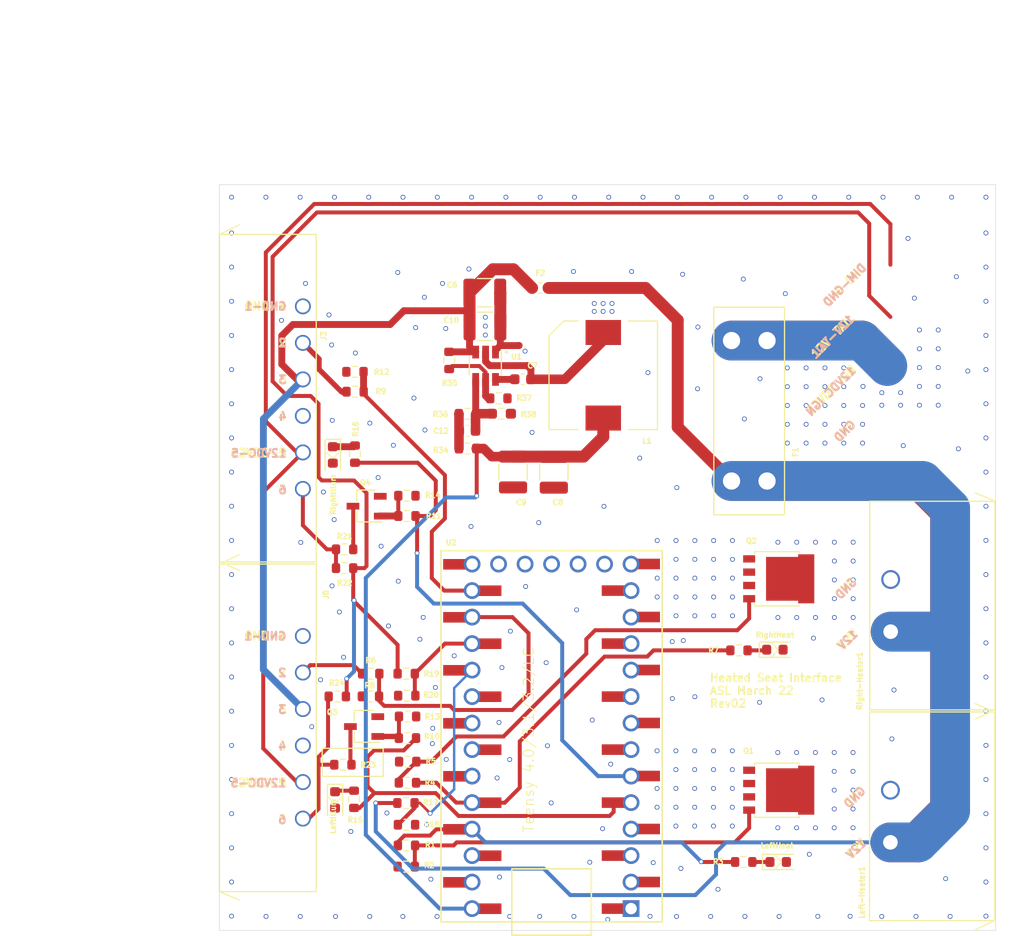
<source format=kicad_pcb>
(kicad_pcb (version 20171130) (host pcbnew "(5.1.9)-1")
  (layers (0 F.Cu signal) (31 B.Cu signal) (34 B.Paste user) (35 F.Paste user) (36 B.SilkS user) (37 F.SilkS user) (38 B.Mask user hide) (39 F.Mask user hide) (44 Edge.Cuts user))
  (net 0 "")
  (net 1 /3V3-Boot)
  (net 2 GND)
  (net 3 3V3)
  (net 4 +12-Polyfuse)
  (net 5 /3V3-FB)
  (net 6 "Net-(D1-Pad2)")
  (net 7 "Net-(D2-Pad2)")
  (net 8 "Net-(D3-Pad2)")
  (net 9 "Net-(D4-Pad2)")
  (net 10 +12VDC)
  (net 11 /12VDC-IGN)
  (net 12 Right-Illum)
  (net 13 "Net-(J3-Pad4)")
  (net 14 "Net-(J3-Pad2)")
  (net 15 "Net-(J8-Pad2)")
  (net 16 "Net-(J8-Pad4)")
  (net 17 Left-Illum)
  (net 18 "Net-(Q1-Pad1)")
  (net 19 "Net-(Q2-Pad1)")
  (net 20 "Net-(Q3-Pad1)")
  (net 21 "Net-(Q4-Pad1)")
  (net 22 Left-Heat-3V3)
  (net 23 Right-Pot)
  (net 24 Right-Heat-3V3)
  (net 25 Left-Pot)
  (net 26 Right-Illum-3V3)
  (net 27 Left-Illum-3V3)
  (net 28 /3V3-EN)
  (net 29 "Net-(U2-Pad1)")
  (net 30 "Net-(U2-Pad2)")
  (net 31 "Net-(U2-Pad5)")
  (net 32 "Net-(U2-Pad6)")
  (net 33 "Net-(U2-Pad7)")
  (net 34 "Net-(U2-Pad8)")
  (net 35 "Net-(U2-Pad9)")
  (net 36 "Net-(U2-Pad10)")
  (net 37 "Net-(U2-Pad12)")
  (net 38 "Net-(U2-Pad13)")
  (net 39 "Net-(U2-Pad21)")
  (net 40 "Net-(U2-Pad20)")
  (net 41 "Net-(U2-Pad19)")
  (net 42 "Net-(U2-Pad18)")
  (net 43 "Net-(Left-Heater1-Pad2)")
  (net 44 "Net-(C7-Pad1)")
  (net 45 "Net-(C12-Pad2)")
  (net 46 "Net-(R17-Pad1)")
  (net 47 "Net-(R19-Pad1)")
  (net 48 "Net-(Q2-Pad3)")
  (net 49 "Net-(U2-Pad0)")
  (net 50 "Net-(U2-Pad3V3)")
  (net 51 "Net-(U2-PadProgram)")
  (net 52 "Net-(U2-PadA14)")
  (net 53 "Net-(U2-Pad3.3V)")
  (net 54 "Net-(U2-PadVBat)")
  (net 55 "Net-(J7-Pad6)")
  (net 56 "Net-(J7-Pad5)")
  (net 57 "Net-(J7-Pad4)")
  (net 58 "Net-(J7-Pad3)")
  (net 59 "Net-(J7-Pad2)")
  (net 60 "Net-(J7-Pad1)")
  (net 61 "Net-(Pin1-Pad1)")
  (net 62 "Net-(J4-Pad2)")
  (net 63 "Net-(J4-Pad1)")
  (net 64 "Net-(J6-Pad1)")
  (net 65 "Net-(J6-Pad2)")
  (net 66 "Net-(Pin2-Pad1)")
  (net 67 "Net-(Pin3-Pad1)")
  (net 68 "Net-(Pin4-Pad1)")
  (net 69 "Net-(Pin5-Pad1)")
  (net 70 "Net-(Pin6-Pad1)")
  (net 71 "Net-(Pin7-Pad1)")
  (net 72 "Net-(Pin8-Pad1)")
  (net 73 "Net-(Pin9-Pad1)")
  (net 74 "Net-(Pin10-Pad1)")
  (net 75 "Net-(Pin11-Pad1)")
  (net 76 "Net-(Pin12-Pad1)")
  (net 77 "Net-(J3-Pad6)")
  (net 78 DIMMER-GND)
  (net 79 "Net-(J8-Pad6)")
  (net 80 +12-TAIL)
  (net 81 "Net-(J9-Pad4)")
  (net 82 "Net-(J9-Pad3)")
  (net 83 "Net-(J9-Pad2)")
  (net 84 "Net-(J9-Pad1)")
  (net 85 "Net-(U2-Pad11)")
  (module _4runner-seat-heat-custom-libraries:DNP-Mechanical (layer F.Cu) (at 45.8724 -10.4648)
    (fp_text reference J9 hide)
    (fp_text value TE-796859-3 hide)
  )
  (module _4runner-seat-heat-custom-libraries:DNP-Mechanical (layer F.Cu) (at 65.532 -10.2616)
    (fp_text reference Pin10 hide)
    (fp_text value TE-1743655-1 hide)
  )
  (module _4runner-seat-heat-custom-libraries:DNP-Mechanical (layer F.Cu) (at 65.3796 -14.6304)
    (fp_text reference Pin10 hide)
    (fp_text value TE-1743655-1 hide)
  )
  (module _4runner-seat-heat-custom-libraries:DNP-Mechanical (layer F.Cu) (at 65.3796 -17.9832)
    (fp_text reference Pin10 hide)
    (fp_text value TE-1743655-1 hide)
  )
  (module _4runner-seat-heat-custom-libraries:DNP-Mechanical (layer F.Cu) (at 65.7352 -21.9964)
    (fp_text reference Pin10 hide)
    (fp_text value TE-1743655-1 hide)
  )
  (module _4runner-seat-heat-custom-libraries:DNP-Mechanical (layer F.Cu) (at 45.0596 -13.1064)
    (fp_text reference Pin10 hide)
    (fp_text value TE-1743655-1 hide)
  )
  (module _4runner-seat-heat-custom-libraries:DNP-Mechanical (layer F.Cu) (at 45.0088 -16.0528)
    (fp_text reference Pin10 hide)
    (fp_text value TE-1743655-1 hide)
  )
  (module _4runner-seat-heat-custom-libraries:DNP-Mechanical (layer F.Cu) (at 45.3644 -19.1008)
    (fp_text reference Pin10 hide)
    (fp_text value TE-1743655-1 hide)
  )
  (module _4runner-seat-heat-custom-libraries:DNP-Mechanical (layer F.Cu) (at 45.5829 -22.1499)
    (fp_text reference Pin10 hide)
    (fp_text value TE-1743655-1 hide)
  )
  (module Resistor_SMD:R_0603_1608Metric (layer F.Cu) (at 11.3 43.8 180)
    (fp_text reference R24 (at 0.05 1.3) (layer F.SilkS) (effects (font (size 0.508 0.508) (thickness 0.127))))
    (fp_text value 0ohm)
    (pad 2 smd roundrect (at 0.825 0 180) (size 0.8 0.95) (layers F.Cu F.Paste F.Mask) (net 79 "Net-(J8-Pad6)"))
    (pad 1 smd roundrect (at -0.825 0 180) (size 0.8 0.95) (layers F.Cu F.Paste F.Mask) (net 80 +12-TAIL))
  )
  (module Resistor_SMD:R_0603_1608Metric (layer F.Cu) (at 11.8364 50.3428)
    (fp_text reference R23 (at 2.424 0.0252) (layer F.SilkS) (effects (font (size 0.508 0.508) (thickness 0.127))))
    (fp_text value 0ohm)
    (pad 2 smd roundrect (at 0.825 0) (size 0.8 0.95) (layers F.Cu F.Paste F.Mask) (net 17 Left-Illum))
    (pad 1 smd roundrect (at -0.825 0) (size 0.8 0.95) (layers F.Cu F.Paste F.Mask) (net 79 "Net-(J8-Pad6)"))
  )
  (module Resistor_SMD:R_0603_1608Metric (layer F.Cu) (at 12 31.5 180)
    (fp_text reference R22 (at 0 -1.43) (layer F.SilkS) (effects (font (size 0.508 0.508) (thickness 0.127))))
    (fp_text value 0ohm)
    (pad 2 smd roundrect (at 0.825 0 180) (size 0.8 0.95) (layers F.Cu F.Paste F.Mask) (net 77 "Net-(J3-Pad6)"))
    (pad 1 smd roundrect (at -0.825 0 180) (size 0.8 0.95) (layers F.Cu F.Paste F.Mask) (net 80 +12-TAIL))
  )
  (module Resistor_SMD:R_0603_1608Metric (layer F.Cu) (at 12 29.7)
    (fp_text reference R21 (at 0 -1.25) (layer F.SilkS) (effects (font (size 0.508 0.508) (thickness 0.127))))
    (fp_text value 0ohm)
    (pad 2 smd roundrect (at 0.825 0) (size 0.8 0.95) (layers F.Cu F.Paste F.Mask) (net 12 Right-Illum))
    (pad 1 smd roundrect (at -0.825 0) (size 0.8 0.95) (layers F.Cu F.Paste F.Mask) (net 77 "Net-(J3-Pad6)"))
  )
  (module _4runner-seat-heat-custom-libraries:Teensy30_31_32_LC (layer F.Cu) (at 31.8389 47.625 90)
    (fp_text reference U2 (at 18.5674 -9.6266 180) (layer F.SilkS) (effects (font (size 0.508 0.508) (thickness 0.127))))
    (fp_text value Teensy3.2)
    (pad 12 smd rect (at 16.52 9.25 270) (size 1.016 2.286) (layers F.Cu F.Paste F.Mask) (net 37 "Net-(U2-Pad12)"))
    (pad 11 smd rect (at 13.97 5.95 270) (size 1.016 2.286) (layers F.Cu F.Paste F.Mask) (net 85 "Net-(U2-Pad11)"))
    (pad 3 smd rect (at -6.35 5.95 270) (size 1.016 2.286) (layers F.Cu F.Paste F.Mask) (net 27 Left-Illum-3V3))
    (pad 10 smd rect (at 11.44 9.25 270) (size 1.016 2.286) (layers F.Cu F.Paste F.Mask) (net 36 "Net-(U2-Pad10)"))
    (pad GND smd rect (at -16.51 5.95 270) (size 1.016 2.286) (layers F.Cu F.Paste F.Mask) (net 2 GND))
    (pad 5 smd rect (at -1.27 5.95 270) (size 1.016 2.286) (layers F.Cu F.Paste F.Mask) (net 31 "Net-(U2-Pad5)"))
    (pad 0 smd rect (at -13.96 9.25 270) (size 1.016 2.286) (layers F.Cu F.Paste F.Mask) (net 49 "Net-(U2-Pad0)"))
    (pad 4 smd rect (at -3.8 9.25 270) (size 1.016 2.286) (layers F.Cu F.Paste F.Mask) (net 26 Right-Illum-3V3))
    (pad 8 smd rect (at 6.36 9.25 270) (size 1.016 2.286) (layers F.Cu F.Paste F.Mask) (net 34 "Net-(U2-Pad8)"))
    (pad 9 smd rect (at 8.89 5.95 270) (size 1.016 2.286) (layers F.Cu F.Paste F.Mask) (net 35 "Net-(U2-Pad9)"))
    (pad 7 smd rect (at 3.81 5.95 270) (size 1.016 2.286) (layers F.Cu F.Paste F.Mask) (net 33 "Net-(U2-Pad7)"))
    (pad 1 smd rect (at -11.43 5.95 270) (size 1.016 2.286) (layers F.Cu F.Paste F.Mask) (net 29 "Net-(U2-Pad1)"))
    (pad 6 smd rect (at 1.28 9.25 270) (size 1.016 2.286) (layers F.Cu F.Paste F.Mask) (net 32 "Net-(U2-Pad6)"))
    (pad 2 smd rect (at -8.88 9.25 270) (size 1.016 2.286) (layers F.Cu F.Paste F.Mask) (net 30 "Net-(U2-Pad2)"))
    (pad 14 smd rect (at 13.96 -5.95 90) (size 1.016 2.286) (layers F.Cu F.Paste F.Mask) (net 23 Right-Pot))
    (pad 16 smd rect (at 8.88 -5.95 90) (size 1.016 2.286) (layers F.Cu F.Paste F.Mask) (net 47 "Net-(R19-Pad1)"))
    (pad 18 smd rect (at 3.8 -5.95 90) (size 1.016 2.286) (layers F.Cu F.Paste F.Mask) (net 42 "Net-(U2-Pad18)"))
    (pad 20 smd rect (at -1.28 -5.95 90) (size 1.016 2.286) (layers F.Cu F.Paste F.Mask) (net 40 "Net-(U2-Pad20)"))
    (pad 22 smd rect (at -6.36 -5.95 90) (size 1.016 2.286) (layers F.Cu F.Paste F.Mask) (net 24 Right-Heat-3V3))
    (pad 3V3 smd rect (at -11.44 -5.95 90) (size 1.016 2.286) (layers F.Cu F.Paste F.Mask) (net 50 "Net-(U2-Pad3V3)"))
    (pad 13 smd rect (at 16.49 -9.25 90) (size 1.016 2.286) (layers F.Cu F.Paste F.Mask) (net 38 "Net-(U2-Pad13)"))
    (pad 15 smd rect (at 11.41 -9.25 90) (size 1.016 2.286) (layers F.Cu F.Paste F.Mask) (net 25 Left-Pot))
    (pad 17 smd rect (at 6.33 -9.25 90) (size 1.016 2.286) (layers F.Cu F.Paste F.Mask) (net 46 "Net-(R17-Pad1)"))
    (pad 19 smd rect (at 1.25 -9.25 90) (size 1.016 2.286) (layers F.Cu F.Paste F.Mask) (net 41 "Net-(U2-Pad19)"))
    (pad 21 smd rect (at -3.83 -9.25 90) (size 1.016 2.286) (layers F.Cu F.Paste F.Mask) (net 39 "Net-(U2-Pad21)"))
    (pad 23 smd rect (at -8.91 -9.25 90) (size 1.016 2.286) (layers F.Cu F.Paste F.Mask) (net 22 Left-Heat-3V3))
    (pad AGND smd rect (at -13.99 -9.25 90) (size 1.016 2.286) (layers F.Cu F.Paste F.Mask) (net 2 GND))
    (pad Vin smd rect (at -16.52 -5.95 90) (size 1.016 2.286) (layers F.Cu F.Paste F.Mask) (net 3 3V3))
    (pad GND thru_hole circle (at 16.51 0 90) (size 1.6 1.6) (drill 1.1) (layers *.Cu *.Mask) (net 2 GND))
    (pad Program thru_hole circle (at 16.51 -2.54 90) (size 1.6 1.6) (drill 1.1) (layers *.Cu *.Mask) (net 51 "Net-(U2-PadProgram)"))
    (pad A14 thru_hole circle (at 16.51 -5.08 90) (size 1.6 1.6) (drill 1.1) (layers *.Cu *.Mask) (net 52 "Net-(U2-PadA14)"))
    (pad 13 thru_hole circle (at 16.51 -7.62 90) (size 1.6 1.6) (drill 1.1) (layers *.Cu *.Mask) (net 38 "Net-(U2-Pad13)"))
    (pad 3.3V thru_hole circle (at 16.51 2.54 90) (size 1.6 1.6) (drill 1.1) (layers *.Cu *.Mask) (net 53 "Net-(U2-Pad3.3V)"))
    (pad VBat thru_hole circle (at 16.51 5.08 90) (size 1.6 1.6) (drill 1.1) (layers *.Cu *.Mask) (net 54 "Net-(U2-PadVBat)"))
    (pad 12 thru_hole circle (at 16.51 7.62 90) (size 1.6 1.6) (drill 1.1) (layers *.Cu *.Mask) (net 37 "Net-(U2-Pad12)"))
    (pad 14 thru_hole circle (at 13.97 -7.62 90) (size 1.6 1.6) (drill 1.1) (layers *.Cu *.Mask) (net 23 Right-Pot))
    (pad 15 thru_hole circle (at 11.43 -7.62 90) (size 1.6 1.6) (drill 1.1) (layers *.Cu *.Mask) (net 25 Left-Pot))
    (pad 16 thru_hole circle (at 8.89 -7.62 90) (size 1.6 1.6) (drill 1.1) (layers *.Cu *.Mask) (net 47 "Net-(R19-Pad1)"))
    (pad 17 thru_hole circle (at 6.35 -7.62 90) (size 1.6 1.6) (drill 1.1) (layers *.Cu *.Mask) (net 46 "Net-(R17-Pad1)"))
    (pad 18 thru_hole circle (at 3.81 -7.62 90) (size 1.6 1.6) (drill 1.1) (layers *.Cu *.Mask) (net 42 "Net-(U2-Pad18)"))
    (pad 19 thru_hole circle (at 1.27 -7.62 90) (size 1.6 1.6) (drill 1.1) (layers *.Cu *.Mask) (net 41 "Net-(U2-Pad19)"))
    (pad 20 thru_hole circle (at -1.27 -7.62 90) (size 1.6 1.6) (drill 1.1) (layers *.Cu *.Mask) (net 40 "Net-(U2-Pad20)"))
    (pad 21 thru_hole circle (at -3.81 -7.62 90) (size 1.6 1.6) (drill 1.1) (layers *.Cu *.Mask) (net 39 "Net-(U2-Pad21)"))
    (pad 22 thru_hole circle (at -6.35 -7.62 90) (size 1.6 1.6) (drill 1.1) (layers *.Cu *.Mask) (net 24 Right-Heat-3V3))
    (pad 23 thru_hole circle (at -8.89 -7.62 90) (size 1.6 1.6) (drill 1.1) (layers *.Cu *.Mask) (net 22 Left-Heat-3V3))
    (pad 3V3 thru_hole circle (at -11.43 -7.62 90) (size 1.6 1.6) (drill 1.1) (layers *.Cu *.Mask) (net 50 "Net-(U2-Pad3V3)"))
    (pad AGND thru_hole circle (at -13.97 -7.62 90) (size 1.6 1.6) (drill 1.1) (layers *.Cu *.Mask) (net 2 GND))
    (pad Vin thru_hole circle (at -16.51 -7.62 90) (size 1.6 1.6) (drill 1.1) (layers *.Cu *.Mask) (net 3 3V3))
    (pad 11 thru_hole circle (at 13.97 7.62 90) (size 1.6 1.6) (drill 1.1) (layers *.Cu *.Mask) (net 85 "Net-(U2-Pad11)"))
    (pad 10 thru_hole circle (at 11.43 7.62 90) (size 1.6 1.6) (drill 1.1) (layers *.Cu *.Mask) (net 36 "Net-(U2-Pad10)"))
    (pad 9 thru_hole circle (at 8.89 7.62 90) (size 1.6 1.6) (drill 1.1) (layers *.Cu *.Mask) (net 35 "Net-(U2-Pad9)"))
    (pad 8 thru_hole circle (at 6.35 7.62 90) (size 1.6 1.6) (drill 1.1) (layers *.Cu *.Mask) (net 34 "Net-(U2-Pad8)"))
    (pad 7 thru_hole circle (at 3.81 7.62 90) (size 1.6 1.6) (drill 1.1) (layers *.Cu *.Mask) (net 33 "Net-(U2-Pad7)"))
    (pad 6 thru_hole circle (at 1.27 7.62 90) (size 1.6 1.6) (drill 1.1) (layers *.Cu *.Mask) (net 32 "Net-(U2-Pad6)"))
    (pad 5 thru_hole circle (at -1.27 7.62 90) (size 1.6 1.6) (drill 1.1) (layers *.Cu *.Mask) (net 31 "Net-(U2-Pad5)"))
    (pad 4 thru_hole circle (at -3.81 7.62 90) (size 1.6 1.6) (drill 1.1) (layers *.Cu *.Mask) (net 26 Right-Illum-3V3))
    (pad 3 thru_hole circle (at -6.35 7.62 90) (size 1.6 1.6) (drill 1.1) (layers *.Cu *.Mask) (net 27 Left-Illum-3V3))
    (pad 2 thru_hole circle (at -8.89 7.62 90) (size 1.6 1.6) (drill 1.1) (layers *.Cu *.Mask) (net 30 "Net-(U2-Pad2)"))
    (pad 1 thru_hole circle (at -11.43 7.62 90) (size 1.6 1.6) (drill 1.1) (layers *.Cu *.Mask) (net 29 "Net-(U2-Pad1)"))
    (pad 0 thru_hole circle (at -13.97 7.62 90) (size 1.6 1.6) (drill 1.1) (layers *.Cu *.Mask) (net 49 "Net-(U2-Pad0)"))
    (pad GND thru_hole rect (at -16.51 7.62 90) (size 1.6 1.6) (drill 1.1) (layers *.Cu *.Mask) (net 2 GND))
  )
  (module _4runner-seat-heat-custom-libraries:TE-796864-2 (layer F.Cu) (at 64.3128 57.785 90)
    (fp_text reference Left-Heater1 (at -4.8006 -2.7432 90) (layer F.SilkS) (effects (font (size 0.508 0.508) (thickness 0.127))))
    (fp_text value TE-796864-2)
    (pad 2 thru_hole circle (at 5 0 90) (size 1.8 1.8) (drill 1.4) (layers *.Cu *.Mask) (net 43 "Net-(Left-Heater1-Pad2)"))
    (pad 1 thru_hole circle (at 0 0 90) (size 1.8 1.8) (drill 1.4) (layers *.Cu *.Mask) (net 10 +12VDC))
  )
  (module _4runner-seat-heat-custom-libraries:TE-796864-2 (layer F.Cu) (at 64.3382 37.592 90)
    (fp_text reference Right-Heater1 (at -4.7117 -2.9591 90) (layer F.SilkS) (effects (font (size 0.508 0.508) (thickness 0.127))))
    (fp_text value TE-796864-2)
    (pad 2 thru_hole circle (at 5 0 90) (size 1.8 1.8) (drill 1.4) (layers *.Cu *.Mask) (net 48 "Net-(Q2-Pad3)"))
    (pad 1 thru_hole circle (at 0 0 90) (size 1.8 1.8) (drill 1.4) (layers *.Cu *.Mask) (net 10 +12VDC))
  )
  (module Capacitor_SMD:C_0603_1608Metric (layer F.Cu) (at 29.083 13.3985 180)
    (fp_text reference C7 (at -0.9398 1.3081) (layer F.SilkS) (effects (font (size 0.508 0.508) (thickness 0.127))))
    (fp_text value 0.1uF)
    (pad 2 smd roundrect (at 0.775 0 180) (size 0.9 0.95) (layers F.Cu F.Paste F.Mask) (net 1 /3V3-Boot))
    (pad 1 smd roundrect (at -0.775 0 180) (size 0.9 0.95) (layers F.Cu F.Paste F.Mask) (net 44 "Net-(C7-Pad1)"))
  )
  (module Capacitor_SMD:C_1210_3225Metric (layer F.Cu) (at 32.0548 22.3139 90)
    (fp_text reference C8 (at -2.8829 0.3937 180) (layer F.SilkS) (effects (font (size 0.508 0.508) (thickness 0.127))))
    (fp_text value 22uF)
    (pad 1 smd roundrect (at -1.475 0 90) (size 1.15 2.7) (layers F.Cu F.Paste F.Mask) (roundrect_rratio 0.2173904347826087) (net 2 GND))
    (pad 2 smd roundrect (at 1.475 0 90) (size 1.15 2.7) (layers F.Cu F.Paste F.Mask) (roundrect_rratio 0.2173904347826087) (net 3 3V3))
  )
  (module Capacitor_SMD:C_1210_3225Metric (layer F.Cu) (at 28.1432 22.2885 90)
    (fp_text reference C9 (at -2.9083 0.7874 180) (layer F.SilkS) (effects (font (size 0.508 0.508) (thickness 0.127))))
    (fp_text value 22uF)
    (pad 2 smd roundrect (at 1.475 0 90) (size 1.15 2.7) (layers F.Cu F.Paste F.Mask) (roundrect_rratio 0.2173904347826087) (net 3 3V3))
    (pad 1 smd roundrect (at -1.475 0 90) (size 1.15 2.7) (layers F.Cu F.Paste F.Mask) (roundrect_rratio 0.2173904347826087) (net 2 GND))
  )
  (module Capacitor_SMD:C_1210_3225Metric (layer F.Cu) (at 25.4508 8.3312)
    (fp_text reference C10 (at -3.2258 -0.5969) (layer F.SilkS) (effects (font (size 0.508 0.508) (thickness 0.127))))
    (fp_text value 10uF)
    (pad 1 smd roundrect (at -1.475 0) (size 1.15 2.7) (layers F.Cu F.Paste F.Mask) (roundrect_rratio 0.2173904347826087) (net 4 +12-Polyfuse))
    (pad 2 smd roundrect (at 1.475 0) (size 1.15 2.7) (layers F.Cu F.Paste F.Mask) (roundrect_rratio 0.2173904347826087) (net 2 GND))
  )
  (module Capacitor_SMD:C_1210_3225Metric (layer F.Cu) (at 25.4381 5.1054)
    (fp_text reference C6 (at -3.1369 -0.7493) (layer F.SilkS) (effects (font (size 0.508 0.508) (thickness 0.127))))
    (fp_text value 0.1uF)
    (pad 2 smd roundrect (at 1.475 0) (size 1.15 2.7) (layers F.Cu F.Paste F.Mask) (roundrect_rratio 0.2173904347826087) (net 2 GND))
    (pad 1 smd roundrect (at -1.475 0) (size 1.15 2.7) (layers F.Cu F.Paste F.Mask) (roundrect_rratio 0.2173904347826087) (net 4 +12-Polyfuse))
  )
  (module Capacitor_SMD:C_0603_1608Metric (layer F.Cu) (at 23.7744 18.3388 180)
    (fp_text reference C12 (at 2.54 -0.0127) (layer F.SilkS) (effects (font (size 0.508 0.508) (thickness 0.127))))
    (fp_text value 22uF)
    (pad 1 smd roundrect (at -0.775 0 180) (size 0.9 0.95) (layers F.Cu F.Paste F.Mask) (net 5 /3V3-FB))
    (pad 2 smd roundrect (at 0.775 0 180) (size 0.9 0.95) (layers F.Cu F.Paste F.Mask) (net 45 "Net-(C12-Pad2)"))
  )
  (module _4runner-seat-heat-custom-libraries:Keystone-3587-20 (layer F.Cu) (at 52.4891 9.6901 270)
    (fp_text reference F1 (at 10.6934 -2.7305 90) (layer F.SilkS) (effects (font (size 0.508 0.508) (thickness 0.127))))
    (fp_text value Fuse)
    (pad 1 thru_hole circle (at 0 0 270) (size 2.159 2.159) (drill 1.651) (layers *.Cu *.Mask) (net 11 /12VDC-IGN))
    (pad 2 thru_hole circle (at 13.462 0 270) (size 2.159 2.159) (drill 1.651) (layers *.Cu *.Mask) (net 10 +12VDC))
    (pad 1 thru_hole circle (at 0 3.4036 270) (size 2.159 2.159) (drill 1.651) (layers *.Cu *.Mask) (net 11 /12VDC-IGN))
    (pad 2 thru_hole circle (at 13.462 3.4036 270) (size 2.159 2.159) (drill 1.651) (layers *.Cu *.Mask) (net 10 +12VDC))
  )
  (module Fuse:Fuse_0603_1608Metric (layer F.Cu) (at 30.7594 4.6482)
    (fp_text reference F2 (at 0 -1.43) (layer F.SilkS) (effects (font (size 0.508 0.508) (thickness 0.127))))
    (fp_text value Polyfuse)
    (pad 1 smd roundrect (at -0.7875 0) (size 0.875 0.95) (layers F.Cu F.Paste F.Mask) (net 4 +12-Polyfuse))
    (pad 2 smd roundrect (at 0.7875 0) (size 0.875 0.95) (layers F.Cu F.Paste F.Mask) (net 10 +12VDC))
  )
  (module _4runner-seat-heat-custom-libraries:TE-284539-6 (layer F.Cu) (at 8.001 6.41 270)
    (fp_text reference J3 (at 2.8321 -1.9939 90) (layer F.SilkS) (effects (font (size 0.508 0.508) (thickness 0.127))))
    (fp_text value TE-284539-6)
    (pad 6 thru_hole circle (at 17.5 0 270) (size 1.524 1.524) (drill 1.199998) (layers *.Cu *.Mask) (net 77 "Net-(J3-Pad6)"))
    (pad 5 thru_hole circle (at 14 0 270) (size 1.524 1.524) (drill 1.199998) (layers *.Cu *.Mask) (net 78 DIMMER-GND))
    (pad 4 thru_hole circle (at 10.5 0 270) (size 1.524 1.524) (drill 1.199998) (layers *.Cu *.Mask) (net 13 "Net-(J3-Pad4)"))
    (pad 3 thru_hole circle (at 7 0 270) (size 1.524 1.524) (drill 1.199998) (layers *.Cu *.Mask) (net 4 +12-Polyfuse))
    (pad 2 thru_hole circle (at 3.5 0 270) (size 1.524 1.524) (drill 1.199998) (layers *.Cu *.Mask) (net 14 "Net-(J3-Pad2)"))
    (pad 1 thru_hole circle (at 0 0 270) (size 1.524 1.524) (drill 1.199998) (layers *.Cu *.Mask) (net 2 GND))
  )
  (module _4runner-seat-heat-custom-libraries:TE-284539-6 (layer F.Cu) (at 8.001 38.0076 270)
    (fp_text reference J8 (at -3.9624 -2.2098 90) (layer F.SilkS) (effects (font (size 0.508 0.508) (thickness 0.127))))
    (fp_text value TE-284539-6)
    (pad 1 thru_hole circle (at 0 0 270) (size 1.524 1.524) (drill 1.199998) (layers *.Cu *.Mask) (net 2 GND))
    (pad 2 thru_hole circle (at 3.5 0 270) (size 1.524 1.524) (drill 1.199998) (layers *.Cu *.Mask) (net 15 "Net-(J8-Pad2)"))
    (pad 3 thru_hole circle (at 7 0 270) (size 1.524 1.524) (drill 1.199998) (layers *.Cu *.Mask) (net 4 +12-Polyfuse))
    (pad 4 thru_hole circle (at 10.5 0 270) (size 1.524 1.524) (drill 1.199998) (layers *.Cu *.Mask) (net 16 "Net-(J8-Pad4)"))
    (pad 5 thru_hole circle (at 14 0 270) (size 1.524 1.524) (drill 1.199998) (layers *.Cu *.Mask) (net 78 DIMMER-GND))
    (pad 6 thru_hole circle (at 17.5 0 270) (size 1.524 1.524) (drill 1.199998) (layers *.Cu *.Mask) (net 79 "Net-(J8-Pad6)"))
  )
  (module Resistor_SMD:R_0603_1608Metric (layer F.Cu) (at 17.9324 58.0771 180)
    (fp_text reference R1 (at -2.286 0.0508) (layer F.SilkS) (effects (font (size 0.508 0.508) (thickness 0.127))))
    (fp_text value 10K)
    (pad 2 smd roundrect (at 0.825 0 180) (size 0.8 0.95) (layers F.Cu F.Paste F.Mask) (net 22 Left-Heat-3V3))
    (pad 1 smd roundrect (at -0.825 0 180) (size 0.8 0.95) (layers F.Cu F.Paste F.Mask) (net 18 "Net-(Q1-Pad1)"))
  )
  (module Resistor_SMD:R_0603_1608Metric (layer F.Cu) (at 50.2539 59.6646 180)
    (fp_text reference R3 (at 2.4511 0.0254) (layer F.SilkS) (effects (font (size 0.508 0.508) (thickness 0.127))))
    (fp_text value 1K)
    (pad 1 smd roundrect (at -0.825 0 180) (size 0.8 0.95) (layers F.Cu F.Paste F.Mask) (net 6 "Net-(D1-Pad2)"))
    (pad 2 smd roundrect (at 0.825 0 180) (size 0.8 0.95) (layers F.Cu F.Paste F.Mask) (net 22 Left-Heat-3V3))
  )
  (module Resistor_SMD:R_0603_1608Metric (layer F.Cu) (at 17.907 60.1091)
    (fp_text reference R2 (at 2.2098 -0.1143) (layer F.SilkS) (effects (font (size 0.508 0.508) (thickness 0.127))))
    (fp_text value 100K)
    (pad 2 smd roundrect (at 0.825 0) (size 0.8 0.95) (layers F.Cu F.Paste F.Mask) (net 18 "Net-(Q1-Pad1)"))
    (pad 1 smd roundrect (at -0.825 0) (size 0.8 0.95) (layers F.Cu F.Paste F.Mask) (net 2 GND))
  )
  (module Resistor_SMD:R_0603_1608Metric (layer F.Cu) (at 13.0048 14.5923 180)
    (fp_text reference R9 (at -2.4765 0.0381) (layer F.SilkS) (effects (font (size 0.508 0.508) (thickness 0.127))))
    (fp_text value 3.6k)
    (pad 1 smd roundrect (at -0.825 0 180) (size 0.8 0.95) (layers F.Cu F.Paste F.Mask) (net 23 Right-Pot))
    (pad 2 smd roundrect (at 0.825 0 180) (size 0.8 0.95) (layers F.Cu F.Paste F.Mask) (net 14 "Net-(J3-Pad2)"))
  )
  (module Resistor_SMD:R_0603_1608Metric (layer F.Cu) (at 12.9921 12.6873 180)
    (fp_text reference R12 (at -2.5527 -0.0127) (layer F.SilkS) (effects (font (size 0.508 0.508) (thickness 0.127))))
    (fp_text value 1k)
    (pad 2 smd roundrect (at 0.825 0 180) (size 0.8 0.95) (layers F.Cu F.Paste F.Mask) (net 2 GND))
    (pad 1 smd roundrect (at -0.825 0 180) (size 0.8 0.95) (layers F.Cu F.Paste F.Mask) (net 23 Right-Pot))
  )
  (module Resistor_SMD:R_0603_1608Metric (layer F.Cu) (at 18.0213 52.07)
    (fp_text reference R4 (at 2.159 -0.0127) (layer F.SilkS) (effects (font (size 0.508 0.508) (thickness 0.127))))
    (fp_text value 10K)
    (pad 1 smd roundrect (at -0.825 0) (size 0.8 0.95) (layers F.Cu F.Paste F.Mask) (net 19 "Net-(Q2-Pad1)"))
    (pad 2 smd roundrect (at 0.825 0) (size 0.8 0.95) (layers F.Cu F.Paste F.Mask) (net 24 Right-Heat-3V3))
  )
  (module Resistor_SMD:R_0603_1608Metric (layer F.Cu) (at 49.7967 39.3827 180)
    (fp_text reference R7 (at 2.4257 0.0127) (layer F.SilkS) (effects (font (size 0.508 0.508) (thickness 0.127))))
    (fp_text value 1K)
    (pad 2 smd roundrect (at 0.825 0 180) (size 0.8 0.95) (layers F.Cu F.Paste F.Mask) (net 24 Right-Heat-3V3))
    (pad 1 smd roundrect (at -0.825 0 180) (size 0.8 0.95) (layers F.Cu F.Paste F.Mask) (net 7 "Net-(D2-Pad2)"))
  )
  (module Resistor_SMD:R_0603_1608Metric (layer F.Cu) (at 18.0467 50.0507)
    (fp_text reference R5 (at 2.2225 -0.0381) (layer F.SilkS) (effects (font (size 0.508 0.508) (thickness 0.127))))
    (fp_text value 100K)
    (pad 1 smd roundrect (at -0.825 0) (size 0.8 0.95) (layers F.Cu F.Paste F.Mask) (net 2 GND))
    (pad 2 smd roundrect (at 0.825 0) (size 0.8 0.95) (layers F.Cu F.Paste F.Mask) (net 19 "Net-(Q2-Pad1)"))
  )
  (module Resistor_SMD:R_0603_1608Metric (layer F.Cu) (at 14.5034 41.6179 180)
    (fp_text reference R6 (at 0.0034 1.2679) (layer F.SilkS) (effects (font (size 0.508 0.508) (thickness 0.127))))
    (fp_text value 3.6k)
    (pad 2 smd roundrect (at 0.825 0 180) (size 0.8 0.95) (layers F.Cu F.Paste F.Mask) (net 15 "Net-(J8-Pad2)"))
    (pad 1 smd roundrect (at -0.825 0 180) (size 0.8 0.95) (layers F.Cu F.Paste F.Mask) (net 25 Left-Pot))
  )
  (module Resistor_SMD:R_0603_1608Metric (layer F.Cu) (at 14.478 43.7896 180)
    (fp_text reference R8 (at 0.078 1.0396) (layer F.SilkS) (effects (font (size 0.508 0.508) (thickness 0.127))))
    (fp_text value 1k)
    (pad 1 smd roundrect (at -0.825 0 180) (size 0.8 0.95) (layers F.Cu F.Paste F.Mask) (net 25 Left-Pot))
    (pad 2 smd roundrect (at 0.825 0 180) (size 0.8 0.95) (layers F.Cu F.Paste F.Mask) (net 2 GND))
  )
  (module Resistor_SMD:R_0603_1608Metric (layer F.Cu) (at 17.9705 26.5049)
    (fp_text reference R11 (at 2.5654 0) (layer F.SilkS) (effects (font (size 0.508 0.508) (thickness 0.127))))
    (fp_text value 10K)
    (pad 1 smd roundrect (at -0.825 0) (size 0.8 0.95) (layers F.Cu F.Paste F.Mask) (net 21 "Net-(Q4-Pad1)"))
    (pad 2 smd roundrect (at 0.825 0) (size 0.8 0.95) (layers F.Cu F.Paste F.Mask) (net 26 Right-Illum-3V3))
  )
  (module Resistor_SMD:R_0603_1608Metric (layer F.Cu) (at 18.0213 47.7901)
    (fp_text reference R10 (at 2.3495 -0.1524) (layer F.SilkS) (effects (font (size 0.508 0.508) (thickness 0.127))))
    (fp_text value 10K)
    (pad 2 smd roundrect (at 0.825 0) (size 0.8 0.95) (layers F.Cu F.Paste F.Mask) (net 27 Left-Illum-3V3))
    (pad 1 smd roundrect (at -0.825 0) (size 0.8 0.95) (layers F.Cu F.Paste F.Mask) (net 20 "Net-(Q3-Pad1)"))
  )
  (module Resistor_SMD:R_0603_1608Metric (layer F.Cu) (at 12.9921 20.574 270)
    (fp_text reference R16 (at -2.4003 -0.0635 90) (layer F.SilkS) (effects (font (size 0.508 0.508) (thickness 0.127))))
    (fp_text value 10K)
    (pad 1 smd roundrect (at -0.825 0 270) (size 0.8 0.95) (layers F.Cu F.Paste F.Mask) (net 8 "Net-(D3-Pad2)"))
    (pad 2 smd roundrect (at 0.825 0 270) (size 0.8 0.95) (layers F.Cu F.Paste F.Mask) (net 26 Right-Illum-3V3))
  )
  (module Resistor_SMD:R_0603_1608Metric (layer F.Cu) (at 12.9032 53.6575 270)
    (fp_text reference R15 (at 1.9812 -0.127 180) (layer F.SilkS) (effects (font (size 0.508 0.508) (thickness 0.127))))
    (fp_text value 10K)
    (pad 2 smd roundrect (at 0.825 0 270) (size 0.8 0.95) (layers F.Cu F.Paste F.Mask) (net 27 Left-Illum-3V3))
    (pad 1 smd roundrect (at -0.825 0 270) (size 0.8 0.95) (layers F.Cu F.Paste F.Mask) (net 9 "Net-(D4-Pad2)"))
  )
  (module Resistor_SMD:R_0603_1608Metric (layer F.Cu) (at 17.9705 24.5618 180)
    (fp_text reference R14 (at -2.4892 0.0508) (layer F.SilkS) (effects (font (size 0.508 0.508) (thickness 0.127))))
    (fp_text value 10K)
    (pad 2 smd roundrect (at 0.825 0 180) (size 0.8 0.95) (layers F.Cu F.Paste F.Mask) (net 21 "Net-(Q4-Pad1)"))
    (pad 1 smd roundrect (at -0.825 0 180) (size 0.8 0.95) (layers F.Cu F.Paste F.Mask) (net 2 GND))
  )
  (module Resistor_SMD:R_0603_1608Metric (layer F.Cu) (at 18.034 45.72 180)
    (fp_text reference R13 (at -2.3749 -0.0254) (layer F.SilkS) (effects (font (size 0.508 0.508) (thickness 0.127))))
    (fp_text value 10K)
    (pad 2 smd roundrect (at 0.825 0 180) (size 0.8 0.95) (layers F.Cu F.Paste F.Mask) (net 20 "Net-(Q3-Pad1)"))
    (pad 1 smd roundrect (at -0.825 0 180) (size 0.8 0.95) (layers F.Cu F.Paste F.Mask) (net 2 GND))
  )
  (module Resistor_SMD:R_0603_1608Metric (layer F.Cu) (at 23.7871 20.0406 180)
    (fp_text reference R34 (at 2.5654 -0.1524) (layer F.SilkS) (effects (font (size 0.508 0.508) (thickness 0.127))))
    (fp_text value 49.9)
    (pad 1 smd roundrect (at -0.825 0 180) (size 0.8 0.95) (layers F.Cu F.Paste F.Mask) (net 3 3V3))
    (pad 2 smd roundrect (at 0.825 0 180) (size 0.8 0.95) (layers F.Cu F.Paste F.Mask) (net 45 "Net-(C12-Pad2)"))
  )
  (module Resistor_SMD:R_0603_1608Metric (layer F.Cu) (at 22.0218 11.5951 270)
    (fp_text reference R35 (at 2.1717 -0.0381 180) (layer F.SilkS) (effects (font (size 0.508 0.508) (thickness 0.127))))
    (fp_text value 510k)
    (pad 1 smd roundrect (at -0.825 0 270) (size 0.8 0.95) (layers F.Cu F.Paste F.Mask) (net 4 +12-Polyfuse))
    (pad 2 smd roundrect (at 0.825 0 270) (size 0.8 0.95) (layers F.Cu F.Paste F.Mask) (net 28 /3V3-EN))
  )
  (module Resistor_SMD:R_0603_1608Metric (layer F.Cu) (at 23.7744 16.7132)
    (fp_text reference R36 (at -2.5908 0.0381) (layer F.SilkS) (effects (font (size 0.508 0.508) (thickness 0.127))))
    (fp_text value 100k)
    (pad 2 smd roundrect (at 0.825 0) (size 0.8 0.95) (layers F.Cu F.Paste F.Mask) (net 5 /3V3-FB))
    (pad 1 smd roundrect (at -0.825 0) (size 0.8 0.95) (layers F.Cu F.Paste F.Mask) (net 45 "Net-(C12-Pad2)"))
  )
  (module Resistor_SMD:R_0603_1608Metric (layer F.Cu) (at 26.7843 15.2273)
    (fp_text reference R37 (at 2.4257 -0.0381) (layer F.SilkS) (effects (font (size 0.508 0.508) (thickness 0.127))))
    (fp_text value 105k)
    (pad 2 smd roundrect (at 0.825 0) (size 0.8 0.95) (layers F.Cu F.Paste F.Mask) (net 2 GND))
    (pad 1 smd roundrect (at -0.825 0) (size 0.8 0.95) (layers F.Cu F.Paste F.Mask) (net 28 /3V3-EN))
  )
  (module Resistor_SMD:R_0603_1608Metric_Pad0.98x0.95mm_HandSolder (layer F.Cu) (at 27.0256 16.7005)
    (fp_text reference R38 (at 2.6035 0.0762) (layer F.SilkS) (effects (font (size 0.508 0.508) (thickness 0.127))))
    (fp_text value 22k)
    (pad 1 smd roundrect (at -0.9125 0) (size 0.975 0.95) (layers F.Cu F.Paste F.Mask) (net 5 /3V3-FB))
    (pad 2 smd roundrect (at 0.9125 0) (size 0.975 0.95) (layers F.Cu F.Paste F.Mask) (net 2 GND))
  )
  (module Resistor_SMD:R_0603_1608Metric (layer F.Cu) (at 17.8816 54.0131 180)
    (fp_text reference R17 (at -2.3749 0.0635) (layer F.SilkS) (effects (font (size 0.508 0.508) (thickness 0.127))))
    (fp_text value 3.6k)
    (pad 1 smd roundrect (at -0.825 0 180) (size 0.8 0.95) (layers F.Cu F.Paste F.Mask) (net 46 "Net-(R17-Pad1)"))
    (pad 2 smd roundrect (at 0.825 0 180) (size 0.8 0.95) (layers F.Cu F.Paste F.Mask) (net 10 +12VDC))
  )
  (module Resistor_SMD:R_0603_1608Metric (layer F.Cu) (at 17.907 41.6179 180)
    (fp_text reference R19 (at -2.4257 -0.0127) (layer F.SilkS) (effects (font (size 0.508 0.508) (thickness 0.127))))
    (fp_text value 3.6k)
    (pad 2 smd roundrect (at 0.825 0 180) (size 0.8 0.95) (layers F.Cu F.Paste F.Mask) (net 80 +12-TAIL))
    (pad 1 smd roundrect (at -0.825 0 180) (size 0.8 0.95) (layers F.Cu F.Paste F.Mask) (net 47 "Net-(R19-Pad1)"))
  )
  (module Resistor_SMD:R_0603_1608Metric (layer F.Cu) (at 17.9324 56.0959 180)
    (fp_text reference R18 (at -2.4257 0.0381) (layer F.SilkS) (effects (font (size 0.508 0.508) (thickness 0.127))))
    (fp_text value 1k)
    (pad 1 smd roundrect (at -0.825 0 180) (size 0.8 0.95) (layers F.Cu F.Paste F.Mask) (net 2 GND))
    (pad 2 smd roundrect (at 0.825 0 180) (size 0.8 0.95) (layers F.Cu F.Paste F.Mask) (net 46 "Net-(R17-Pad1)"))
  )
  (module Resistor_SMD:R_0603_1608Metric (layer F.Cu) (at 17.9578 43.7261)
    (fp_text reference R20 (at 2.3241 -0.0762) (layer F.SilkS) (effects (font (size 0.508 0.508) (thickness 0.127))))
    (fp_text value 1k)
    (pad 1 smd roundrect (at -0.825 0) (size 0.8 0.95) (layers F.Cu F.Paste F.Mask) (net 2 GND))
    (pad 2 smd roundrect (at 0.825 0) (size 0.8 0.95) (layers F.Cu F.Paste F.Mask) (net 47 "Net-(R19-Pad1)"))
  )
  (module _4runner-seat-heat-custom-libraries:TPS54302DDCR (layer F.Cu) (at 26.2128 12.1031 270)
    (fp_text reference U1 (at -0.8636 -2.2606 180) (layer F.SilkS) (effects (font (size 0.508 0.508) (thickness 0.127))))
    (fp_text value TPS54302DDCR)
    (pad 2 smd rect (at -1.31 0.7 270) (size 1.22 0.65) (layers F.Cu F.Paste F.Mask) (net 44 "Net-(C7-Pad1)"))
    (pad 1 smd rect (at -1.31 -0.25 270) (size 1.22 0.65) (layers F.Cu F.Paste F.Mask) (net 2 GND))
    (pad 6 smd rect (at 1.31 -0.25 270) (size 1.22 0.65) (layers F.Cu F.Paste F.Mask) (net 1 /3V3-Boot))
    (pad 3 smd rect (at -1.31 1.65 270) (size 1.22 0.65) (layers F.Cu F.Paste F.Mask) (net 4 +12-Polyfuse))
    (pad 5 smd rect (at 1.31 0.7 270) (size 1.22 0.65) (layers F.Cu F.Paste F.Mask) (net 28 /3V3-EN))
    (pad 4 smd rect (at 1.31 1.65 270) (size 1.22 0.65) (layers F.Cu F.Paste F.Mask) (net 5 /3V3-FB))
  )
  (module _4runner-seat-heat-custom-libraries:Kingbright-APT1608LZGCK (layer F.Cu) (at 53.5559 59.6646 180)
    (fp_text reference D1 hide)
    (fp_text value LeftHeatLED)
    (pad 2 smd roundrect (at 0.7875 0 180) (size 0.875 0.95) (layers F.Cu F.Paste F.Mask) (net 6 "Net-(D1-Pad2)"))
    (pad 1 smd roundrect (at -0.7875 0 180) (size 0.875 0.95) (layers F.Cu F.Paste F.Mask) (net 2 GND))
  )
  (module _4runner-seat-heat-custom-libraries:Kingbright-APT1608LZGCK (layer F.Cu) (at 53.2384 39.3192 180)
    (fp_text reference D2 hide)
    (fp_text value RightHeatLED)
    (pad 1 smd roundrect (at -0.7875 0 180) (size 0.875 0.95) (layers F.Cu F.Paste F.Mask) (net 2 GND))
    (pad 2 smd roundrect (at 0.7875 0 180) (size 0.875 0.95) (layers F.Cu F.Paste F.Mask) (net 7 "Net-(D2-Pad2)"))
  )
  (module _4runner-seat-heat-custom-libraries:Kingbright-APT1608LZGCK (layer F.Cu) (at 10.8712 20.6502 90)
    (fp_text reference D3 hide)
    (fp_text value Right-Illum-LED)
    (pad 1 smd roundrect (at -0.7875 0 90) (size 0.875 0.95) (layers F.Cu F.Paste F.Mask) (net 2 GND))
    (pad 2 smd roundrect (at 0.7875 0 90) (size 0.875 0.95) (layers F.Cu F.Paste F.Mask) (net 8 "Net-(D3-Pad2)"))
  )
  (module _4runner-seat-heat-custom-libraries:Kingbright-APT1608LZGCK (layer F.Cu) (at 11.0871 53.721 90)
    (fp_text reference D4 hide)
    (fp_text value Left-Illum-LED)
    (pad 2 smd roundrect (at 0.7875 0 90) (size 0.875 0.95) (layers F.Cu F.Paste F.Mask) (net 9 "Net-(D4-Pad2)"))
    (pad 1 smd roundrect (at -0.7875 0 90) (size 0.875 0.95) (layers F.Cu F.Paste F.Mask) (net 2 GND))
  )
  (module _4runner-seat-heat-custom-libraries:BUK9Y30-75B,115-SOT669 (layer F.Cu) (at 53.7083 52.785)
    (fp_text reference Q1 (at -2.9972 -3.763) (layer F.SilkS) (effects (font (size 0.508 0.508) (thickness 0.127))))
    (fp_text value BUK9Y30-75B,115)
    (pad 3 smd custom (at 0.335 0) (size 3.3 4.2) (layers F.Cu F.Mask) (net 43 "Net-(Left-Heater1-Pad2)") (options (clearance outline) (anchor rect)) (primitives (gr_poly (pts (xy 1.425 -2.35) (xy 2.975 -2.35) (xy 2.975 2.35) (xy 1.425 2.35)) (width 0))))
    (pad 2 smd rect (at -2.935 -0.64 270) (size 0.7 1.15) (layers F.Cu F.Paste F.Mask) (net 2 GND))
    (pad 1 smd rect (at -2.935 1.91 270) (size 0.7 1.15) (layers F.Cu F.Paste F.Mask) (net 18 "Net-(Q1-Pad1)"))
    (pad 2 smd rect (at -2.935 -1.91 270) (size 0.7 1.15) (layers F.Cu F.Paste F.Mask) (net 2 GND))
    (pad 2 smd rect (at -2.935 0.64 270) (size 0.7 1.15) (layers F.Cu F.Paste F.Mask) (net 2 GND))
  )
  (module _4runner-seat-heat-custom-libraries:BUK9Y30-75B,115-SOT669 (layer F.Cu) (at 53.7083 32.5247)
    (fp_text reference Q2 (at -2.7178 -3.6195) (layer F.SilkS) (effects (font (size 0.508 0.508) (thickness 0.127))))
    (fp_text value BUK9Y30-75B,115)
    (pad 2 smd rect (at -2.935 0.64 270) (size 0.7 1.15) (layers F.Cu F.Paste F.Mask) (net 2 GND))
    (pad 2 smd rect (at -2.935 -1.91 270) (size 0.7 1.15) (layers F.Cu F.Paste F.Mask) (net 2 GND))
    (pad 1 smd rect (at -2.935 1.91 270) (size 0.7 1.15) (layers F.Cu F.Paste F.Mask) (net 19 "Net-(Q2-Pad1)"))
    (pad 2 smd rect (at -2.935 -0.64 270) (size 0.7 1.15) (layers F.Cu F.Paste F.Mask) (net 2 GND))
    (pad 3 smd custom (at 0.335 0) (size 3.3 4.2) (layers F.Cu F.Mask) (net 48 "Net-(Q2-Pad3)") (options (clearance outline) (anchor rect)) (primitives (gr_poly (pts (xy 1.425 -2.35) (xy 2.975 -2.35) (xy 2.975 2.35) (xy 1.425 2.35)) (width 0))))
  )
  (module _4runner-seat-heat-custom-libraries:BSH103,215 (layer F.Cu) (at 14.1097 25.5651 180)
    (fp_text reference Q4 (at 0.1143 2.2606) (layer F.SilkS) (effects (font (size 0.508 0.508) (thickness 0.127))))
    (fp_text value BSH103,215)
    (pad 2 smd rect (at -1.31 0.95 180) (size 1.22 0.65) (layers F.Cu F.Paste F.Mask) (net 2 GND))
    (pad 1 smd rect (at -1.31 -0.95 180) (size 1.22 0.65) (layers F.Cu F.Paste F.Mask) (net 21 "Net-(Q4-Pad1)"))
    (pad 3 smd rect (at 1.31 0 180) (size 1.22 0.65) (layers F.Cu F.Paste F.Mask) (net 12 Right-Illum))
  )
  (module _4runner-seat-heat-custom-libraries:BSH103,215 (layer F.Cu) (at 13.8684 46.6852 180)
    (fp_text reference Q3 (at 3.048 1.3716) (layer F.SilkS) (effects (font (size 0.508 0.508) (thickness 0.127))))
    (fp_text value BSH103,215)
    (pad 3 smd rect (at 1.31 0 180) (size 1.22 0.65) (layers F.Cu F.Paste F.Mask) (net 17 Left-Illum))
    (pad 1 smd rect (at -1.31 -0.95 180) (size 1.22 0.65) (layers F.Cu F.Paste F.Mask) (net 20 "Net-(Q3-Pad1)"))
    (pad 2 smd rect (at -1.31 0.95 180) (size 1.22 0.65) (layers F.Cu F.Paste F.Mask) (net 2 GND))
  )
  (module Inductor_SMD:L_Wuerth_WE-PDF (layer F.Cu) (at 36.7919 13.0175 270)
    (fp_text reference L1 (at 6.2992 -4.191 180) (layer F.SilkS) (effects (font (size 0.508 0.508) (thickness 0.127))))
    (fp_text value L)
    (pad 1 smd rect (at -4.1 0 270) (size 2.4 3.4) (layers F.Cu F.Paste F.Mask) (net 44 "Net-(C7-Pad1)"))
    (pad 2 smd rect (at 4.1 0 270) (size 2.4 3.4) (layers F.Cu F.Paste F.Mask) (net 3 3V3))
  )
  (module _4runner-seat-heat-custom-libraries:DNP-Mechanical (layer F.Cu) (at 5.9789 -21.9683)
    (fp_text reference J1 hide)
    (fp_text value Toyota-90980-10964 hide)
  )
  (module _4runner-seat-heat-custom-libraries:DNP-Mechanical (layer F.Cu) (at 5.9789 -19.4483)
    (fp_text reference J4 hide)
    (fp_text value TE-796859-2 hide)
  )
  (module _4runner-seat-heat-custom-libraries:DNP-Mechanical (layer F.Cu) (at 25.0089 -21.9683)
    (fp_text reference J5 hide)
    (fp_text value Toyota-90980-10933 hide)
  )
  (module _4runner-seat-heat-custom-libraries:DNP-Mechanical (layer F.Cu) (at 5.9789 -16.9283)
    (fp_text reference J6 hide)
    (fp_text value TE-796859-2 hide)
  )
  (module _4runner-seat-heat-custom-libraries:DNP-Mechanical (layer F.Cu) (at 5.9789 -14.4083)
    (fp_text reference Pin2 hide)
    (fp_text value TE-1743655-1 hide)
  )
  (module _4runner-seat-heat-custom-libraries:DNP-Mechanical (layer F.Cu) (at 5.9789 -11.8883)
    (fp_text reference Pin3 hide)
    (fp_text value TE-1743655-1 hide)
  )
  (module _4runner-seat-heat-custom-libraries:DNP-Mechanical (layer F.Cu) (at 5.9789 -9.3683)
    (fp_text reference Pin4 hide)
    (fp_text value TE-1743655-1 hide)
  )
  (module _4runner-seat-heat-custom-libraries:DNP-Mechanical (layer F.Cu) (at 5.9789 -6.8483)
    (fp_text reference Pin5 hide)
    (fp_text value TE-1743655-1 hide)
  )
  (module _4runner-seat-heat-custom-libraries:DNP-Mechanical (layer F.Cu) (at -14.0716 -22.1996)
    (fp_text reference Pin6 hide)
    (fp_text value TE-1743655-1 hide)
  )
  (module _4runner-seat-heat-custom-libraries:DNP-Mechanical (layer F.Cu) (at -14.3764 -16.764)
    (fp_text reference Pin7 hide)
    (fp_text value TE-1743655-1 hide)
  )
  (module _4runner-seat-heat-custom-libraries:DNP-Mechanical (layer F.Cu) (at 25.0089 -16.9283)
    (fp_text reference Pin8 hide)
    (fp_text value TE-1743655-1 hide)
  )
  (module _4runner-seat-heat-custom-libraries:DNP-Mechanical (layer F.Cu) (at 25.0089 -14.4083)
    (fp_text reference Pin9 hide)
    (fp_text value TE-1743655-1 hide)
  )
  (module _4runner-seat-heat-custom-libraries:DNP-Mechanical (layer F.Cu) (at 25.0089 -11.8883)
    (fp_text reference Pin10 hide)
    (fp_text value TE-1743655-1 hide)
  )
  (module _4runner-seat-heat-custom-libraries:DNP-Mechanical (layer F.Cu) (at 25.0089 -9.3683)
    (fp_text reference Pin11 hide)
    (fp_text value TE-1743655-1 hide)
  )
  (module _4runner-seat-heat-custom-libraries:DNP-Mechanical (layer F.Cu) (at 25.0089 -6.8483)
    (fp_text reference Pin12 hide)
    (fp_text value TE-1743655-1 hide)
  )
  (module _4runner-seat-heat-custom-libraries:DNP-Mechanical (layer F.Cu) (at -13.6652 -9.8044)
    (fp_text reference S1 hide)
    (fp_text value Toyota-84751-35090 hide)
  )
  (module _4runner-seat-heat-custom-libraries:DNP-Mechanical (layer F.Cu) (at -13.97 -12.8524)
    (fp_text reference S2 hide)
    (fp_text value Toyota-84751-35100 hide)
  )
  (module _4runner-seat-heat-custom-libraries:DNP-Mechanical (layer F.Cu) (at 45.3644 -7.6708)
    (fp_text reference J7 hide)
    (fp_text value TE-284510-6 hide)
  )
  (gr_line (start 9.8552 48.768) (end 9.906 48.768) (layer F.SilkS) (width 0.12))
  (gr_line (start 9.8552 51.4604) (end 9.8552 48.768) (layer F.SilkS) (width 0.12))
  (gr_line (start 15.6972 51.4604) (end 9.8552 51.4604) (layer F.SilkS) (width 0.12))
  (gr_line (start 15.6972 48.768) (end 15.6972 51.4604) (layer F.SilkS) (width 0.12))
  (gr_line (start 9.906 48.768) (end 15.6972 48.768) (layer F.SilkS) (width 0.12))
  (gr_text LeftHeat (at 53.45 58.1) (layer F.SilkS) (effects (font (size 0.508 0.508) (thickness 0.127))))
  (gr_text RightHeat (at 53.25 37.9) (layer F.SilkS) (effects (font (size 0.508 0.508) (thickness 0.127))))
  (gr_text "LeftIllum\n" (at 10.9 55.3 90) (layer F.SilkS) (effects (font (size 0.508 0.508) (thickness 0.127))))
  (gr_text RightIllum (at 10.9 24.45 90) (layer F.SilkS) (effects (font (size 0.508 0.508) (thickness 0.127))))
  (gr_text "Teensy 4.0/3.1/3.2/LC" (at 29.65 47.95 90) (layer F.SilkS) (effects (font (size 1 1) (thickness 0.1))))
  (gr_text "DIM-GND\n" (at 59.944 4.3561 45) (layer F.SilkS) (effects (font (size 0.762 0.762) (thickness 0.1905))))
  (gr_text DIM-GND (at 59.9313 4.3815 45) (layer B.SilkS) (effects (font (size 0.762 0.762) (thickness 0.1905)) (justify mirror)))
  (gr_text "Heated Seat Interface\nASL March 22\nRev02" (at 46.9265 43.2435) (layer F.SilkS) (effects (font (size 0.762 0.762) (thickness 0.1524)) (justify left)))
  (gr_text 2 (at 6.027058 41.51414) (layer F.SilkS) (effects (font (size 0.762 0.762) (thickness 0.1905))))
  (gr_text 4 (at 6.027058 48.55502) (layer F.SilkS) (effects (font (size 0.762 0.762) (thickness 0.1905))))
  (gr_text "12VDC-5\n" (at 3.741058 52.10086) (layer B.SilkS) (effects (font (size 0.762 0.762) (thickness 0.1905)) (justify mirror)))
  (gr_text 2 (at 6.027058 41.53954) (layer B.SilkS) (effects (font (size 0.762 0.762) (thickness 0.1905)) (justify mirror)))
  (gr_text 4 (at 6.027058 48.58042) (layer B.SilkS) (effects (font (size 0.762 0.762) (thickness 0.1905)) (justify mirror)))
  (gr_text 3 (at 6.027058 45.05998) (layer B.SilkS) (effects (font (size 0.762 0.762) (thickness 0.1905)) (justify mirror)))
  (gr_text "6\n" (at 6.027058 55.6213) (layer B.SilkS) (effects (font (size 0.762 0.762) (thickness 0.1905)) (justify mirror)))
  (gr_text GND-1 (at 4.3942 38.0191) (layer B.SilkS) (effects (font (size 0.762 0.762) (thickness 0.1905)) (justify mirror)))
  (gr_text 3 (at 6.027058 45.03458) (layer F.SilkS) (effects (font (size 0.762 0.762) (thickness 0.1905))))
  (gr_text "12VDC-5\n" (at 3.741058 52.07546) (layer F.SilkS) (effects (font (size 0.762 0.762) (thickness 0.1905))))
  (gr_text "6\n" (at 6.027058 55.5959) (layer F.SilkS) (effects (font (size 0.762 0.762) (thickness 0.1905))))
  (gr_text GND-1 (at 4.3942 37.9937) (layer F.SilkS) (effects (font (size 0.762 0.762) (thickness 0.1905))))
  (gr_text 2 (at 6.054058 9.93084) (layer B.SilkS) (effects (font (size 0.762 0.762) (thickness 0.1905)) (justify mirror)))
  (gr_text 4 (at 6.054058 16.97172) (layer B.SilkS) (effects (font (size 0.762 0.762) (thickness 0.1905)) (justify mirror)))
  (gr_text 3 (at 6.054058 13.45128) (layer B.SilkS) (effects (font (size 0.762 0.762) (thickness 0.1905)) (justify mirror)))
  (gr_text "12VDC-5\n" (at 3.768058 20.49216) (layer B.SilkS) (effects (font (size 0.762 0.762) (thickness 0.1905)) (justify mirror)))
  (gr_text "6\n" (at 6.054058 24.0126) (layer B.SilkS) (effects (font (size 0.762 0.762) (thickness 0.1905)) (justify mirror)))
  (gr_text GND-1 (at 4.4212 6.4104) (layer B.SilkS) (effects (font (size 0.762 0.762) (thickness 0.1905)) (justify mirror)))
  (gr_text "6\n" (at 6.054058 23.9872) (layer F.SilkS) (effects (font (size 0.762 0.762) (thickness 0.1905))))
  (gr_text "12VDC-5\n" (at 3.768058 20.46676) (layer F.SilkS) (effects (font (size 0.762 0.762) (thickness 0.1905))))
  (gr_text 4 (at 6.054058 16.94632) (layer F.SilkS) (effects (font (size 0.762 0.762) (thickness 0.1905))))
  (gr_text 3 (at 6.054058 13.42588) (layer F.SilkS) (effects (font (size 0.762 0.762) (thickness 0.1905))))
  (gr_text 2 (at 6.054058 9.90544) (layer F.SilkS) (effects (font (size 0.762 0.762) (thickness 0.1905))))
  (gr_text GND-1 (at 4.4212 6.385) (layer F.SilkS) (effects (font (size 0.762 0.762) (thickness 0.1905))))
  (gr_text 12V (at 61.0108 58.3692 45) (layer F.SilkS) (effects (font (size 0.762 0.762) (thickness 0.1905))))
  (gr_text GND (at 60.8965 53.4797 45) (layer B.SilkS) (effects (font (size 0.762 0.762) (thickness 0.1905)) (justify mirror)))
  (gr_text 12V (at 61.0362 58.4073 45) (layer B.SilkS) (effects (font (size 0.762 0.762) (thickness 0.1905)) (justify mirror)))
  (gr_text GND (at 60.8711 53.4416 45) (layer F.SilkS) (effects (font (size 0.762 0.762) (thickness 0.1905))))
  (gr_text 12V (at 60.2107 38.3794 45) (layer B.SilkS) (effects (font (size 0.762 0.762) (thickness 0.1905)) (justify mirror)))
  (gr_text GND (at 60.071 33.4518 45) (layer B.SilkS) (effects (font (size 0.762 0.762) (thickness 0.1905)) (justify mirror)))
  (gr_text GND (at 60.0456 33.4137 45) (layer F.SilkS) (effects (font (size 0.762 0.762) (thickness 0.1905))))
  (gr_text 12V (at 60.1853 38.3413 45) (layer F.SilkS) (effects (font (size 0.762 0.762) (thickness 0.1905))))
  (gr_text "12VDC IGN\n\n" (at 59.0296 14.986 45) (layer B.SilkS) (effects (font (size 0.762 0.762) (thickness 0.1905)) (justify mirror)))
  (gr_text 12V-TAIL (at 58.7629 9.3091 45) (layer B.SilkS) (effects (font (size 0.762 0.762) (thickness 0.1905)) (justify mirror)))
  (gr_text "GND\n" (at 59.944 18.3769 45) (layer B.SilkS) (effects (font (size 0.762 0.762) (thickness 0.1905)) (justify mirror)))
  (gr_text 12V-TAIL (at 58.7756 9.2837 45) (layer F.SilkS) (effects (font (size 0.762 0.762) (thickness 0.1905))))
  (gr_text "GND\n" (at 59.9567 18.3515 45) (layer F.SilkS) (effects (font (size 0.762 0.762) (thickness 0.1905))))
  (gr_text "12VDC IGN" (at 58.6232 14.4272 45) (layer F.SilkS) (effects (font (size 0.762 0.762) (thickness 0.1905))))
  (gr_line (start 74.397 -5.25) (end 74.397 66.2178) (layer Edge.Cuts) (width 0.05))
  (gr_line (start 0 66.218) (end 74.3966 66.218) (layer Edge.Cuts) (width 0.05))
  (gr_line (start 0 -5.25) (end 0 66.218) (layer Edge.Cuts) (width 0.05))
  (gr_line (start 0 -5.25) (end 74.397 -5.25) (layer Edge.Cuts) (width 0.05))
  (segment (start 28.2934 13.4131) (end 28.308 13.3985) (width 0.6604) (layer F.Cu) (net 1))
  (segment (start 26.4628 13.4131) (end 28.2934 13.4131) (width 0.6604) (layer F.Cu) (net 1))
  (via (at 73.4684 51.762592) (size 0.4572) (drill 0.3048) (layers F.Cu B.Cu) (net 2))
  (via (at 73.4684 25.569984) (size 0.4572) (drill 0.3048) (layers F.Cu B.Cu) (net 2))
  (via (at 73.4684 -4.0491) (size 0.4572) (drill 0.3048) (layers F.Cu B.Cu) (net 2))
  (via (at 73.4684 15.747756) (size 0.4572) (drill 0.3048) (layers F.Cu B.Cu) (net 2))
  (via (at 73.4684 45.21444) (size 0.4572) (drill 0.3048) (layers F.Cu B.Cu) (net 2))
  (via (at 73.4684 61.58482) (size 0.4572) (drill 0.3048) (layers F.Cu B.Cu) (net 2))
  (via (at 73.4684 58.310744) (size 0.4572) (drill 0.3048) (layers F.Cu B.Cu) (net 2))
  (via (at 73.4684 9.199604) (size 0.4572) (drill 0.3048) (layers F.Cu B.Cu) (net 2))
  (via (at 73.4684 19.021832) (size 0.4572) (drill 0.3048) (layers F.Cu B.Cu) (net 2))
  (via (at 73.4684 48.488516) (size 0.4572) (drill 0.3048) (layers F.Cu B.Cu) (net 2))
  (via (at 73.4684 32.118136) (size 0.4572) (drill 0.3048) (layers F.Cu B.Cu) (net 2))
  (via (at 73.4684 5.925528) (size 0.4572) (drill 0.3048) (layers F.Cu B.Cu) (net 2))
  (via (at 73.4684 -0.622624) (size 0.4572) (drill 0.3048) (layers F.Cu B.Cu) (net 2))
  (via (at 73.4684 55.036668) (size 0.4572) (drill 0.3048) (layers F.Cu B.Cu) (net 2))
  (via (at 73.4684 38.666288) (size 0.4572) (drill 0.3048) (layers F.Cu B.Cu) (net 2))
  (via (at 73.4684 2.651452) (size 0.4572) (drill 0.3048) (layers F.Cu B.Cu) (net 2))
  (via (at 73.4684 35.392212) (size 0.4572) (drill 0.3048) (layers F.Cu B.Cu) (net 2))
  (via (at 73.4684 41.940364) (size 0.4572) (drill 0.3048) (layers F.Cu B.Cu) (net 2))
  (via (at 73.4684 12.47368) (size 0.4572) (drill 0.3048) (layers F.Cu B.Cu) (net 2))
  (via (at 73.4684 64.8589) (size 0.4572) (drill 0.3048) (layers F.Cu B.Cu) (net 2))
  (via (at 73.4684 22.295908) (size 0.4572) (drill 0.3048) (layers F.Cu B.Cu) (net 2))
  (via (at 73.4684 28.84406) (size 0.4572) (drill 0.3048) (layers F.Cu B.Cu) (net 2))
  (via (at 54.4322 14.1097) (size 0.4572) (drill 0.3048) (layers F.Cu B.Cu) (net 2))
  (via (at 54.4322 19.5199) (size 0.4572) (drill 0.3048) (layers F.Cu B.Cu) (net 2))
  (via (at 41.9481 54.4195) (size 0.4572) (drill 0.3048) (layers F.Cu B.Cu) (net 2))
  (via (at 45.5549 54.4195) (size 0.4572) (drill 0.3048) (layers F.Cu B.Cu) (net 2))
  (via (at 43.7515 50.8127) (size 0.4572) (drill 0.3048) (layers F.Cu B.Cu) (net 2))
  (via (at 43.7515 54.4195) (size 0.4572) (drill 0.3048) (layers F.Cu B.Cu) (net 2))
  (via (at 47.3583 56.2229) (size 0.4572) (drill 0.3048) (layers F.Cu B.Cu) (net 2))
  (via (at 41.9481 52.6161) (size 0.4572) (drill 0.3048) (layers F.Cu B.Cu) (net 2))
  (via (at 43.7515 56.2229) (size 0.4572) (drill 0.3048) (layers F.Cu B.Cu) (net 2))
  (via (at 43.7515 52.6161) (size 0.4572) (drill 0.3048) (layers F.Cu B.Cu) (net 2))
  (via (at 45.5549 52.6161) (size 0.4572) (drill 0.3048) (layers F.Cu B.Cu) (net 2))
  (via (at 49.1617 52.6161) (size 0.4572) (drill 0.3048) (layers F.Cu B.Cu) (net 2))
  (via (at 41.9481 49.0093) (size 0.4572) (drill 0.3048) (layers F.Cu B.Cu) (net 2))
  (via (at 49.1617 56.2229) (size 0.4572) (drill 0.3048) (layers F.Cu B.Cu) (net 2))
  (via (at 49.1617 54.4195) (size 0.4572) (drill 0.3048) (layers F.Cu B.Cu) (net 2))
  (via (at 45.5549 50.8127) (size 0.4572) (drill 0.3048) (layers F.Cu B.Cu) (net 2))
  (via (at 47.3583 49.0093) (size 0.4572) (drill 0.3048) (layers F.Cu B.Cu) (net 2))
  (via (at 49.1617 50.8127) (size 0.4572) (drill 0.3048) (layers F.Cu B.Cu) (net 2))
  (via (at 43.7515 49.0093) (size 0.4572) (drill 0.3048) (layers F.Cu B.Cu) (net 2))
  (via (at 45.5549 56.2229) (size 0.4572) (drill 0.3048) (layers F.Cu B.Cu) (net 2))
  (via (at 47.3583 50.8127) (size 0.4572) (drill 0.3048) (layers F.Cu B.Cu) (net 2))
  (via (at 47.3583 52.6161) (size 0.4572) (drill 0.3048) (layers F.Cu B.Cu) (net 2))
  (via (at 45.5549 49.0093) (size 0.4572) (drill 0.3048) (layers F.Cu B.Cu) (net 2))
  (via (at 49.1617 49.0093) (size 0.4572) (drill 0.3048) (layers F.Cu B.Cu) (net 2))
  (via (at 47.3583 54.4195) (size 0.4572) (drill 0.3048) (layers F.Cu B.Cu) (net 2))
  (via (at 41.9608 28.8544) (size 0.4572) (drill 0.3048) (layers F.Cu B.Cu) (net 2))
  (via (at 47.371 32.4612) (size 0.4572) (drill 0.3048) (layers F.Cu B.Cu) (net 2))
  (via (at 45.5676 32.4612) (size 0.4572) (drill 0.3048) (layers F.Cu B.Cu) (net 2))
  (via (at 49.1744 32.4612) (size 0.4572) (drill 0.3048) (layers F.Cu B.Cu) (net 2))
  (via (at 43.7642 34.2646) (size 0.4572) (drill 0.3048) (layers F.Cu B.Cu) (net 2))
  (via (at 45.5676 34.2646) (size 0.4572) (drill 0.3048) (layers F.Cu B.Cu) (net 2))
  (via (at 47.371 34.2646) (size 0.4572) (drill 0.3048) (layers F.Cu B.Cu) (net 2))
  (via (at 41.9608 34.2646) (size 0.4572) (drill 0.3048) (layers F.Cu B.Cu) (net 2))
  (via (at 45.5676 36.068) (size 0.4572) (drill 0.3048) (layers F.Cu B.Cu) (net 2))
  (via (at 49.1744 34.2646) (size 0.4572) (drill 0.3048) (layers F.Cu B.Cu) (net 2))
  (via (at 47.371 36.068) (size 0.4572) (drill 0.3048) (layers F.Cu B.Cu) (net 2))
  (via (at 49.1744 36.068) (size 0.4572) (drill 0.3048) (layers F.Cu B.Cu) (net 2))
  (via (at 43.7642 36.068) (size 0.4572) (drill 0.3048) (layers F.Cu B.Cu) (net 2))
  (via (at 45.5676 30.6578) (size 0.4572) (drill 0.3048) (layers F.Cu B.Cu) (net 2))
  (via (at 47.371 28.8544) (size 0.4572) (drill 0.3048) (layers F.Cu B.Cu) (net 2))
  (via (at 49.1744 30.6578) (size 0.4572) (drill 0.3048) (layers F.Cu B.Cu) (net 2))
  (via (at 43.7642 28.8544) (size 0.4572) (drill 0.3048) (layers F.Cu B.Cu) (net 2))
  (via (at 45.5676 28.8544) (size 0.4572) (drill 0.3048) (layers F.Cu B.Cu) (net 2))
  (via (at 43.7642 30.6578) (size 0.4572) (drill 0.3048) (layers F.Cu B.Cu) (net 2))
  (via (at 47.371 30.6578) (size 0.4572) (drill 0.3048) (layers F.Cu B.Cu) (net 2))
  (via (at 41.9608 32.4612) (size 0.4572) (drill 0.3048) (layers F.Cu B.Cu) (net 2))
  (via (at 43.7642 32.4612) (size 0.4572) (drill 0.3048) (layers F.Cu B.Cu) (net 2))
  (via (at 49.1744 28.8544) (size 0.4572) (drill 0.3048) (layers F.Cu B.Cu) (net 2))
  (segment (start 26.4628 10.7931) (end 26.4628 10.6339) (width 0.6604) (layer F.Cu) (net 2))
  (segment (start 26.9258 10.1709) (end 26.9258 8.3312) (width 0.6604) (layer F.Cu) (net 2))
  (segment (start 26.4628 10.6339) (end 26.9258 10.1709) (width 0.6604) (layer F.Cu) (net 2))
  (segment (start 26.9258 5.1181) (end 26.9131 5.1054) (width 1.143) (layer F.Cu) (net 2))
  (segment (start 26.9258 8.3312) (end 26.9258 5.1181) (width 1.143) (layer F.Cu) (net 2))
  (via (at 29.2989 10.7061) (size 0.4572) (drill 0.3048) (layers F.Cu B.Cu) (net 2))
  (segment (start 28.7165 10.1709) (end 28.7274 10.16) (width 0.6604) (layer F.Cu) (net 2))
  (segment (start 26.9258 10.1709) (end 28.7165 10.1709) (width 0.6604) (layer F.Cu) (net 2))
  (via (at 54.4322 17.7165) (size 0.4572) (drill 0.3048) (layers F.Cu B.Cu) (net 2))
  (via (at 58.039 17.7165) (size 0.4572) (drill 0.3048) (layers F.Cu B.Cu) (net 2))
  (via (at 56.2356 14.1097) (size 0.4572) (drill 0.3048) (layers F.Cu B.Cu) (net 2))
  (via (at 56.2356 17.7165) (size 0.4572) (drill 0.3048) (layers F.Cu B.Cu) (net 2))
  (via (at 59.8424 19.5199) (size 0.4572) (drill 0.3048) (layers F.Cu B.Cu) (net 2))
  (via (at 54.4322 15.9131) (size 0.4572) (drill 0.3048) (layers F.Cu B.Cu) (net 2))
  (via (at 56.2356 19.5199) (size 0.4572) (drill 0.3048) (layers F.Cu B.Cu) (net 2))
  (via (at 56.2356 15.9131) (size 0.4572) (drill 0.3048) (layers F.Cu B.Cu) (net 2))
  (via (at 58.039 15.9131) (size 0.4572) (drill 0.3048) (layers F.Cu B.Cu) (net 2))
  (via (at 61.6458 15.9131) (size 0.4572) (drill 0.3048) (layers F.Cu B.Cu) (net 2))
  (via (at 54.4322 12.3063) (size 0.4572) (drill 0.3048) (layers F.Cu B.Cu) (net 2))
  (via (at 61.6458 19.5199) (size 0.4572) (drill 0.3048) (layers F.Cu B.Cu) (net 2))
  (via (at 61.6458 17.7165) (size 0.4572) (drill 0.3048) (layers F.Cu B.Cu) (net 2))
  (via (at 58.039 14.1097) (size 0.4572) (drill 0.3048) (layers F.Cu B.Cu) (net 2))
  (via (at 59.8424 12.3063) (size 0.4572) (drill 0.3048) (layers F.Cu B.Cu) (net 2))
  (via (at 56.2356 12.3063) (size 0.4572) (drill 0.3048) (layers F.Cu B.Cu) (net 2))
  (via (at 58.039 19.5199) (size 0.4572) (drill 0.3048) (layers F.Cu B.Cu) (net 2))
  (via (at 59.8424 14.1097) (size 0.4572) (drill 0.3048) (layers F.Cu B.Cu) (net 2))
  (via (at 59.8424 15.9131) (size 0.4572) (drill 0.3048) (layers F.Cu B.Cu) (net 2))
  (via (at 58.039 12.3063) (size 0.4572) (drill 0.3048) (layers F.Cu B.Cu) (net 2))
  (via (at 59.8424 17.7165) (size 0.4572) (drill 0.3048) (layers F.Cu B.Cu) (net 2))
  (via (at 67.0941 10.4775) (size 0.4572) (drill 0.3048) (layers F.Cu B.Cu) (net 2))
  (via (at 68.8975 10.4775) (size 0.4572) (drill 0.3048) (layers F.Cu B.Cu) (net 2))
  (via (at 61.6839 14.0843) (size 0.4572) (drill 0.3048) (layers F.Cu B.Cu) (net 2))
  (via (at 67.0941 14.0843) (size 0.4572) (drill 0.3048) (layers F.Cu B.Cu) (net 2))
  (via (at 63.4873 15.8877) (size 0.4572) (drill 0.3048) (layers F.Cu B.Cu) (net 2))
  (via (at 68.8975 14.0843) (size 0.4572) (drill 0.3048) (layers F.Cu B.Cu) (net 2))
  (via (at 67.0941 12.2809) (size 0.4572) (drill 0.3048) (layers F.Cu B.Cu) (net 2))
  (via (at 68.8975 12.2809) (size 0.4572) (drill 0.3048) (layers F.Cu B.Cu) (net 2))
  (via (at 65.2907 15.8877) (size 0.4572) (drill 0.3048) (layers F.Cu B.Cu) (net 2))
  (via (at 67.0941 15.8877) (size 0.4572) (drill 0.3048) (layers F.Cu B.Cu) (net 2))
  (via (at 68.8975 8.6741) (size 0.4572) (drill 0.3048) (layers F.Cu B.Cu) (net 2))
  (via (at 67.0941 8.6741) (size 0.4572) (drill 0.3048) (layers F.Cu B.Cu) (net 2))
  (via (at 68.8975 15.8877) (size 0.4572) (drill 0.3048) (layers F.Cu B.Cu) (net 2))
  (via (at 65.2907 14.6843) (size 0.4572) (drill 0.3048) (layers F.Cu B.Cu) (net 2))
  (via (at 63.4873 14.6843) (size 0.4572) (drill 0.3048) (layers F.Cu B.Cu) (net 2))
  (via (at 1.1684 -4.0491) (size 0.4572) (drill 0.3048) (layers F.Cu B.Cu) (net 2))
  (via (at 4.454763 -4.0491) (size 0.4572) (drill 0.3048) (layers F.Cu B.Cu) (net 2))
  (via (at 7.741126 -4.0491) (size 0.4572) (drill 0.3048) (layers F.Cu B.Cu) (net 2))
  (via (at 11.027489 -4.0491) (size 0.4572) (drill 0.3048) (layers F.Cu B.Cu) (net 2))
  (via (at 14.313852 -4.0491) (size 0.4572) (drill 0.3048) (layers F.Cu B.Cu) (net 2))
  (via (at 17.600215 -4.0491) (size 0.4572) (drill 0.3048) (layers F.Cu B.Cu) (net 2))
  (via (at 20.886578 -4.0491) (size 0.4572) (drill 0.3048) (layers F.Cu B.Cu) (net 2))
  (via (at 24.172941 -4.0491) (size 0.4572) (drill 0.3048) (layers F.Cu B.Cu) (net 2))
  (via (at 27.459304 -4.0491) (size 0.4572) (drill 0.3048) (layers F.Cu B.Cu) (net 2))
  (via (at 30.745667 -4.0491) (size 0.4572) (drill 0.3048) (layers F.Cu B.Cu) (net 2))
  (via (at 34.03203 -4.0491) (size 0.4572) (drill 0.3048) (layers F.Cu B.Cu) (net 2))
  (via (at 37.318393 -4.0491) (size 0.4572) (drill 0.3048) (layers F.Cu B.Cu) (net 2))
  (via (at 40.604756 -4.0491) (size 0.4572) (drill 0.3048) (layers F.Cu B.Cu) (net 2))
  (via (at 43.891119 -4.0491) (size 0.4572) (drill 0.3048) (layers F.Cu B.Cu) (net 2))
  (via (at 47.177482 -4.0491) (size 0.4572) (drill 0.3048) (layers F.Cu B.Cu) (net 2))
  (via (at 50.463845 -4.0491) (size 0.4572) (drill 0.3048) (layers F.Cu B.Cu) (net 2))
  (via (at 53.750208 -4.0491) (size 0.4572) (drill 0.3048) (layers F.Cu B.Cu) (net 2))
  (via (at 57.036571 -4.0491) (size 0.4572) (drill 0.3048) (layers F.Cu B.Cu) (net 2))
  (via (at 60.322934 -4.0491) (size 0.4572) (drill 0.3048) (layers F.Cu B.Cu) (net 2))
  (via (at 63.609297 -4.0491) (size 0.4572) (drill 0.3048) (layers F.Cu B.Cu) (net 2))
  (via (at 66.89566 -4.0491) (size 0.4572) (drill 0.3048) (layers F.Cu B.Cu) (net 2))
  (via (at 70.182023 -4.0491) (size 0.4572) (drill 0.3048) (layers F.Cu B.Cu) (net 2))
  (via (at 66.76042 64.8843) (size 0.4572) (drill 0.3048) (layers F.Cu B.Cu) (net 2))
  (via (at 70.038751 64.8843) (size 0.4572) (drill 0.3048) (layers F.Cu B.Cu) (net 2))
  (via (at 57.3532 64.8716) (size 0.4572) (drill 0.3048) (layers F.Cu B.Cu) (net 2))
  (via (at 60.452 64.8716) (size 0.4572) (drill 0.3048) (layers F.Cu B.Cu) (net 2))
  (via (at 7.750462 64.8843) (size 0.4572) (drill 0.3048) (layers F.Cu B.Cu) (net 2))
  (via (at 41.275 64.8716) (size 0.4572) (drill 0.3048) (layers F.Cu B.Cu) (net 2))
  (via (at 17.585455 64.8843) (size 0.4572) (drill 0.3048) (layers F.Cu B.Cu) (net 2))
  (via (at 50.368765 64.8843) (size 0.4572) (drill 0.3048) (layers F.Cu B.Cu) (net 2))
  (via (at 33.97711 64.8843) (size 0.4572) (drill 0.3048) (layers F.Cu B.Cu) (net 2))
  (via (at 37.2237 65.1764) (size 0.4572) (drill 0.3048) (layers F.Cu B.Cu) (net 2))
  (via (at 63.482089 64.8843) (size 0.4572) (drill 0.3048) (layers F.Cu B.Cu) (net 2))
  (via (at 4.472131 64.8843) (size 0.4572) (drill 0.3048) (layers F.Cu B.Cu) (net 2))
  (via (at 1.1684 64.8589) (size 0.4572) (drill 0.3048) (layers F.Cu B.Cu) (net 2))
  (via (at 43.812103 64.8843) (size 0.4572) (drill 0.3048) (layers F.Cu B.Cu) (net 2))
  (via (at 11.130393 64.8843) (size 0.4572) (drill 0.3048) (layers F.Cu B.Cu) (net 2))
  (via (at 14.408724 64.8843) (size 0.4572) (drill 0.3048) (layers F.Cu B.Cu) (net 2))
  (via (at 20.863786 64.8843) (size 0.4572) (drill 0.3048) (layers F.Cu B.Cu) (net 2))
  (via (at 30.698779 64.8843) (size 0.4572) (drill 0.3048) (layers F.Cu B.Cu) (net 2))
  (via (at 47.090434 64.8843) (size 0.4572) (drill 0.3048) (layers F.Cu B.Cu) (net 2))
  (via (at 53.647096 64.8843) (size 0.4572) (drill 0.3048) (layers F.Cu B.Cu) (net 2))
  (via (at 27.8257 64.8843) (size 0.4572) (drill 0.3048) (layers F.Cu B.Cu) (net 2))
  (via (at 1.1684 55.036668) (size 0.4572) (drill 0.3048) (layers F.Cu B.Cu) (net 2))
  (via (at 1.1684 58.310744) (size 0.4572) (drill 0.3048) (layers F.Cu B.Cu) (net 2))
  (via (at 1.1684 5.925528) (size 0.4572) (drill 0.3048) (layers F.Cu B.Cu) (net 2))
  (via (at 1.1684 38.666288) (size 0.4572) (drill 0.3048) (layers F.Cu B.Cu) (net 2))
  (via (at 1.1684 15.747756) (size 0.4572) (drill 0.3048) (layers F.Cu B.Cu) (net 2))
  (via (at 1.1684 48.488516) (size 0.4572) (drill 0.3048) (layers F.Cu B.Cu) (net 2))
  (via (at 1.1684 32.118136) (size 0.4572) (drill 0.3048) (layers F.Cu B.Cu) (net 2))
  (via (at 1.1684 35.392212) (size 0.4572) (drill 0.3048) (layers F.Cu B.Cu) (net 2))
  (via (at 1.1684 61.58482) (size 0.4572) (drill 0.3048) (layers F.Cu B.Cu) (net 2))
  (via (at 1.1684 2.651452) (size 0.4572) (drill 0.3048) (layers F.Cu B.Cu) (net 2))
  (via (at 1.1684 -0.622624) (size 0.4572) (drill 0.3048) (layers F.Cu B.Cu) (net 2))
  (via (at 1.1684 41.940364) (size 0.4572) (drill 0.3048) (layers F.Cu B.Cu) (net 2))
  (via (at 1.1684 9.199604) (size 0.4572) (drill 0.3048) (layers F.Cu B.Cu) (net 2))
  (via (at 1.1684 12.47368) (size 0.4572) (drill 0.3048) (layers F.Cu B.Cu) (net 2))
  (via (at 1.1684 19.021832) (size 0.4572) (drill 0.3048) (layers F.Cu B.Cu) (net 2))
  (via (at 1.1684 22.295908) (size 0.4572) (drill 0.3048) (layers F.Cu B.Cu) (net 2))
  (via (at 1.1684 28.84406) (size 0.4572) (drill 0.3048) (layers F.Cu B.Cu) (net 2))
  (via (at 1.1684 45.21444) (size 0.4572) (drill 0.3048) (layers F.Cu B.Cu) (net 2))
  (via (at 1.1684 51.762592) (size 0.4572) (drill 0.3048) (layers F.Cu B.Cu) (net 2))
  (via (at 1.1684 25.569984) (size 0.4572) (drill 0.3048) (layers F.Cu B.Cu) (net 2))
  (via (at 8.255 4.2164) (size 0.4572) (drill 0.3048) (layers F.Cu B.Cu) (net 2))
  (via (at 17.0942 3.1623) (size 0.4572) (drill 0.3048) (layers F.Cu B.Cu) (net 2))
  (via (at 21.3868 4.2164) (size 0.4572) (drill 0.3048) (layers F.Cu B.Cu) (net 2))
  (via (at 23.9141 2.8321) (size 0.4572) (drill 0.3048) (layers F.Cu B.Cu) (net 2))
  (via (at 19.6469 5.5372) (size 0.4572) (drill 0.3048) (layers F.Cu B.Cu) (net 2))
  (via (at 10.5029 7.2263) (size 0.4572) (drill 0.3048) (layers F.Cu B.Cu) (net 2))
  (via (at 5.95 7.75) (size 0.4572) (drill 0.3048) (layers F.Cu B.Cu) (net 2))
  (via (at 10.7569 10.1092) (size 0.4572) (drill 0.3048) (layers F.Cu B.Cu) (net 2))
  (via (at 13.0302 10.8839) (size 0.4572) (drill 0.3048) (layers F.Cu B.Cu) (net 2))
  (via (at 18.8087 8.4455) (size 0.4572) (drill 0.3048) (layers F.Cu B.Cu) (net 2))
  (via (at 21.6916 8.5344) (size 0.4572) (drill 0.3048) (layers F.Cu B.Cu) (net 2))
  (via (at 33.9344 3.0734) (size 0.4572) (drill 0.3048) (layers F.Cu B.Cu) (net 2))
  (via (at 39.5097 3.0734) (size 0.4572) (drill 0.3048) (layers F.Cu B.Cu) (net 2))
  (via (at 44.3992 3.3401) (size 0.4572) (drill 0.3048) (layers F.Cu B.Cu) (net 2))
  (via (at 50.2158 3.7973) (size 0.4572) (drill 0.3048) (layers F.Cu B.Cu) (net 2))
  (via (at 54.2417 5.1943) (size 0.4572) (drill 0.3048) (layers F.Cu B.Cu) (net 2))
  (via (at 45.8597 8.3947) (size 0.4572) (drill 0.3048) (layers F.Cu B.Cu) (net 2))
  (via (at 45.8343 14.3129) (size 0.4572) (drill 0.3048) (layers F.Cu B.Cu) (net 2))
  (via (at 50.3174 17.1958) (size 0.4572) (drill 0.3048) (layers F.Cu B.Cu) (net 2))
  (via (at 66 -0.1) (size 0.4572) (drill 0.3048) (layers F.Cu B.Cu) (net 2))
  (via (at 66.6115 5.6261) (size 0.4572) (drill 0.3048) (layers F.Cu B.Cu) (net 2))
  (via (at 70.6374 3.5687) (size 0.4572) (drill 0.3048) (layers F.Cu B.Cu) (net 2))
  (via (at 71.7296 12.6111) (size 0.4572) (drill 0.3048) (layers F.Cu B.Cu) (net 2))
  (via (at 70.8279 20.066) (size 0.4572) (drill 0.3048) (layers F.Cu B.Cu) (net 2))
  (via (at 65.5447 19.7612) (size 0.4572) (drill 0.3048) (layers F.Cu B.Cu) (net 2))
  (via (at 51.816 13.3477) (size 0.4572) (drill 0.3048) (layers F.Cu B.Cu) (net 2))
  (via (at 43.8404 23.7871) (size 0.4572) (drill 0.3048) (layers F.Cu B.Cu) (net 2))
  (via (at 36.8554 25.5778) (size 0.4572) (drill 0.3048) (layers F.Cu B.Cu) (net 2))
  (via (at 40.2844 20.955) (size 0.4572) (drill 0.3048) (layers F.Cu B.Cu) (net 2))
  (via (at 24.1173 27.5082) (size 0.4572) (drill 0.3048) (layers F.Cu B.Cu) (net 2))
  (via (at 30.607 27.1399) (size 0.4572) (drill 0.3048) (layers F.Cu B.Cu) (net 2))
  (via (at 10.8204 17.3355) (size 0.4572) (drill 0.3048) (layers F.Cu B.Cu) (net 2))
  (via (at 14.4145 17.6022) (size 0.4572) (drill 0.3048) (layers F.Cu B.Cu) (net 2))
  (via (at 16.6751 19.7231) (size 0.4572) (drill 0.3048) (layers F.Cu B.Cu) (net 2))
  (via (at 9.9695 24.2062) (size 0.4572) (drill 0.3048) (layers F.Cu B.Cu) (net 2))
  (via (at 15.2146 22.8219) (size 0.4572) (drill 0.3048) (layers F.Cu B.Cu) (net 2))
  (via (at 7.7978 29.0322) (size 0.4572) (drill 0.3048) (layers F.Cu B.Cu) (net 2))
  (via (at 11 26.85) (size 0.4572) (drill 0.3048) (layers F.Cu B.Cu) (net 2))
  (via (at 10.8 33.2) (size 0.4572) (drill 0.3048) (layers F.Cu B.Cu) (net 2))
  (via (at 15.5 29.4) (size 0.4572) (drill 0.3048) (layers F.Cu B.Cu) (net 2))
  (via (at 11.5 35.7) (size 0.4572) (drill 0.3048) (layers F.Cu B.Cu) (net 2))
  (via (at 17.145 32.7533) (size 0.4572) (drill 0.3048) (layers F.Cu B.Cu) (net 2))
  (via (at 16.2052 37.0459) (size 0.4572) (drill 0.3048) (layers F.Cu B.Cu) (net 2))
  (via (at 19.5326 36.2204) (size 0.4572) (drill 0.3048) (layers F.Cu B.Cu) (net 2))
  (via (at 27.0764 41.0337) (size 0.4572) (drill 0.3048) (layers F.Cu B.Cu) (net 2))
  (via (at 44.4627 38.4429) (size 0.4572) (drill 0.3048) (layers F.Cu B.Cu) (net 2))
  (via (at 56.9341 38.2143) (size 0.4572) (drill 0.3048) (layers F.Cu B.Cu) (net 2))
  (via (at 45.5676 43.8277) (size 0.4572) (drill 0.3048) (layers F.Cu B.Cu) (net 2))
  (via (at 57.7596 44.1325) (size 0.4572) (drill 0.3048) (layers F.Cu B.Cu) (net 2))
  (via (at 51.7779 44.3611) (size 0.4572) (drill 0.3048) (layers F.Cu B.Cu) (net 2))
  (via (at 56.5404 58.928) (size 0.4572) (drill 0.3048) (layers F.Cu B.Cu) (net 2))
  (via (at 44.2341 60.2869) (size 0.4572) (drill 0.3048) (layers F.Cu B.Cu) (net 2))
  (via (at 47.7901 62.2808) (size 0.4572) (drill 0.3048) (layers F.Cu B.Cu) (net 2))
  (via (at 26.8478 61.1124) (size 0.4572) (drill 0.3048) (layers F.Cu B.Cu) (net 2))
  (via (at 35.4965 59.69) (size 0.4572) (drill 0.3048) (layers F.Cu B.Cu) (net 2))
  (via (at 12.5984 56.7436) (size 0.4572) (drill 0.3048) (layers F.Cu B.Cu) (net 2))
  (via (at 20.2692 61.3156) (size 0.4572) (drill 0.3048) (layers F.Cu B.Cu) (net 2))
  (via (at 16.0528 54.9656) (size 0.4572) (drill 0.3048) (layers F.Cu B.Cu) (net 2))
  (via (at 20.447 46.8503) (size 0.4572) (drill 0.3048) (layers F.Cu B.Cu) (net 2))
  (via (at 26.6192 51.6128) (size 0.4572) (drill 0.3048) (layers F.Cu B.Cu) (net 2))
  (via (at 27.8257 49.8475) (size 0.4572) (drill 0.3048) (layers F.Cu B.Cu) (net 2))
  (via (at 43.4 38.5445) (size 0.4572) (drill 0.3048) (layers F.Cu B.Cu) (net 2))
  (via (at 21.7424 49.8348) (size 0.4572) (drill 0.3048) (layers F.Cu B.Cu) (net 2))
  (via (at 20.4089 48.3235) (size 0.4572) (drill 0.3048) (layers F.Cu B.Cu) (net 2))
  (via (at 26.797 46.2915) (size 0.4572) (drill 0.3048) (layers F.Cu B.Cu) (net 2))
  (via (at 20.701 42.9387) (size 0.4572) (drill 0.3048) (layers F.Cu B.Cu) (net 2))
  (via (at 22.5044 39.9034) (size 0.4572) (drill 0.3048) (layers F.Cu B.Cu) (net 2))
  (via (at 19.2151 38.3159) (size 0.4572) (drill 0.3048) (layers F.Cu B.Cu) (net 2))
  (via (at 27.8892 37.5412) (size 0.4572) (drill 0.3048) (layers F.Cu B.Cu) (net 2))
  (via (at 11.8999 40.0431) (size 0.4572) (drill 0.3048) (layers F.Cu B.Cu) (net 2))
  (via (at 9.7 42.2) (size 0.4572) (drill 0.3048) (layers F.Cu B.Cu) (net 2))
  (via (at 8.85 46.7) (size 0.4572) (drill 0.3048) (layers F.Cu B.Cu) (net 2))
  (via (at 64.6557 43.18) (size 0.4572) (drill 0.3048) (layers F.Cu B.Cu) (net 2))
  (via (at 64.4525 47.8663) (size 0.4572) (drill 0.3048) (layers F.Cu B.Cu) (net 2))
  (via (at 69.6087 61.2648) (size 0.4572) (drill 0.3048) (layers F.Cu B.Cu) (net 2))
  (via (at 41.5798 59.7281) (size 0.4572) (drill 0.3048) (layers F.Cu B.Cu) (net 2))
  (via (at 36.7284 56.4769) (size 0.4572) (drill 0.3048) (layers F.Cu B.Cu) (net 2))
  (via (at 35.7378 46.0629) (size 0.4572) (drill 0.3048) (layers F.Cu B.Cu) (net 2))
  (via (at 34.2392 35.4965) (size 0.4572) (drill 0.3048) (layers F.Cu B.Cu) (net 2))
  (via (at 29.3497 33.2613) (size 0.4572) (drill 0.3048) (layers F.Cu B.Cu) (net 2))
  (via (at 43.4086 44.0055) (size 0.4572) (drill 0.3048) (layers F.Cu B.Cu) (net 2))
  (via (at 31.8 54) (size 0.4572) (drill 0.3048) (layers F.Cu B.Cu) (net 2))
  (via (at 31.4452 48.5267) (size 0.4572) (drill 0.3048) (layers F.Cu B.Cu) (net 2))
  (via (at 41.0718 12.7635) (size 0.4572) (drill 0.3048) (layers F.Cu B.Cu) (net 2))
  (via (at 18.6436 15.2019) (size 0.4572) (drill 0.3048) (layers F.Cu B.Cu) (net 2))
  (via (at 19.6977 18.2626) (size 0.4572) (drill 0.3048) (layers F.Cu B.Cu) (net 2))
  (via (at 31.3182 40.5638) (size 0.4572) (drill 0.3048) (layers F.Cu B.Cu) (net 2))
  (via (at 37.5031 50.292) (size 0.4572) (drill 0.3048) (layers F.Cu B.Cu) (net 2))
  (via (at 19.8628 56.0832) (size 0.4572) (drill 0.3048) (layers F.Cu B.Cu) (net 2))
  (via (at 29.972 18.4912) (size 0.4572) (drill 0.3048) (layers F.Cu B.Cu) (net 2))
  (segment (start 28.1432 20.8135) (end 34.9014 20.8135) (width 1.143) (layer F.Cu) (net 3))
  (segment (start 36.7919 18.923) (end 36.7919 17.1175) (width 1.143) (layer F.Cu) (net 3))
  (segment (start 34.9014 20.8135) (end 36.7919 18.923) (width 1.143) (layer F.Cu) (net 3))
  (segment (start 24.6121 20.0406) (end 25.3365 20.0406) (width 0.9144) (layer F.Cu) (net 3))
  (segment (start 26.1094 20.8135) (end 28.1432 20.8135) (width 0.9144) (layer F.Cu) (net 3))
  (segment (start 25.3365 20.0406) (end 26.1094 20.8135) (width 0.9144) (layer F.Cu) (net 3))
  (segment (start 24.2189 64.135) (end 21.1074 64.135) (width 0.381) (layer B.Cu) (net 3))
  (segment (start 21.1074 64.135) (end 14.0335 57.0611) (width 0.381) (layer B.Cu) (net 3))
  (segment (start 14.0335 57.0611) (end 14.0335 32.4358) (width 0.381) (layer B.Cu) (net 3))
  (segment (start 14.0335 32.4358) (end 21.7424 24.7269) (width 0.381) (layer B.Cu) (net 3))
  (via (at 24.6634 24.5745) (size 0.4572) (drill 0.3048) (layers F.Cu B.Cu) (net 3))
  (segment (start 24.511 24.7269) (end 24.6634 24.5745) (width 0.381) (layer B.Cu) (net 3))
  (segment (start 21.7424 24.7269) (end 24.511 24.7269) (width 0.381) (layer B.Cu) (net 3))
  (segment (start 24.6634 20.0919) (end 24.6121 20.0406) (width 0.381) (layer F.Cu) (net 3))
  (segment (start 24.6634 24.5745) (end 24.6634 20.0919) (width 0.381) (layer F.Cu) (net 3))
  (segment (start 24.5398 10.7701) (end 24.5628 10.7931) (width 0.6604) (layer F.Cu) (net 4))
  (segment (start 22.0218 10.7701) (end 24.5398 10.7701) (width 0.6604) (layer F.Cu) (net 4))
  (segment (start 24.5628 10.7931) (end 24.5091 10.7931) (width 0.6604) (layer F.Cu) (net 4))
  (segment (start 23.9758 10.2598) (end 23.9758 8.3312) (width 0.6604) (layer F.Cu) (net 4))
  (segment (start 24.5091 10.7931) (end 23.9758 10.2598) (width 0.6604) (layer F.Cu) (net 4))
  (segment (start 23.9758 5.1181) (end 23.9631 5.1054) (width 1.143) (layer F.Cu) (net 4))
  (segment (start 23.9758 8.3312) (end 23.9758 6.8308) (width 1.143) (layer F.Cu) (net 4))
  (segment (start 23.9758 6.8308) (end 23.9758 5.1181) (width 1.143) (layer F.Cu) (net 4))
  (segment (start 28.181211 2.857511) (end 26.210989 2.857511) (width 1.143) (layer F.Cu) (net 4))
  (segment (start 26.210989 2.857511) (end 23.9631 5.1054) (width 1.143) (layer F.Cu) (net 4))
  (segment (start 29.9719 4.6482) (end 28.181211 2.857511) (width 1.143) (layer F.Cu) (net 4))
  (segment (start 5.9817 11.9657) (end 7.426 13.41) (width 0.6604) (layer F.Cu) (net 4))
  (segment (start 7.426 13.41) (end 8.001 13.41) (width 0.6604) (layer F.Cu) (net 4))
  (segment (start 5.9817 9.2183) (end 5.9817 11.9657) (width 0.6604) (layer F.Cu) (net 4))
  (segment (start 7.05 8.15) (end 5.9817 9.2183) (width 0.6604) (layer F.Cu) (net 4))
  (segment (start 16.361 8.15) (end 7.05 8.15) (width 0.6604) (layer F.Cu) (net 4))
  (segment (start 17.6802 6.8308) (end 16.361 8.15) (width 0.6604) (layer F.Cu) (net 4))
  (segment (start 23.9758 6.8308) (end 17.6802 6.8308) (width 0.6604) (layer F.Cu) (net 4))
  (segment (start 8.001 13.41) (end 4.2164 17.1946) (width 0.6604) (layer B.Cu) (net 4))
  (segment (start 4.2164 41.223) (end 8.001 45.0076) (width 0.6604) (layer B.Cu) (net 4))
  (segment (start 4.2164 17.1946) (end 4.2164 41.223) (width 0.6604) (layer B.Cu) (net 4))
  (segment (start 24.5494 18.3388) (end 24.5494 16.7632) (width 0.9144) (layer F.Cu) (net 5))
  (segment (start 24.5628 16.6766) (end 24.5994 16.7132) (width 0.6604) (layer F.Cu) (net 5))
  (segment (start 24.5628 13.4131) (end 24.5628 16.6766) (width 0.6604) (layer F.Cu) (net 5))
  (segment (start 24.6121 16.7005) (end 24.5994 16.7132) (width 0.9144) (layer F.Cu) (net 5))
  (segment (start 26.1131 16.7005) (end 24.6121 16.7005) (width 0.9144) (layer F.Cu) (net 5))
  (segment (start 51.0789 59.6646) (end 52.7684 59.6646) (width 0.381) (layer F.Cu) (net 6))
  (segment (start 52.3874 39.3827) (end 52.4509 39.3192) (width 0.381) (layer F.Cu) (net 7))
  (segment (start 50.6217 39.3827) (end 52.3874 39.3827) (width 0.381) (layer F.Cu) (net 7))
  (segment (start 12.8784 19.8627) (end 12.9921 19.749) (width 0.6604) (layer F.Cu) (net 8))
  (segment (start 10.8712 19.8627) (end 12.8784 19.8627) (width 0.6604) (layer F.Cu) (net 8))
  (segment (start 11.1881 52.8325) (end 11.0871 52.9335) (width 0.381) (layer F.Cu) (net 9))
  (segment (start 12.9032 52.8325) (end 11.1881 52.8325) (width 0.381) (layer F.Cu) (net 9))
  (segment (start 49.0855 23.1521) (end 67.2973 23.1521) (width 3.81) (layer F.Cu) (net 10))
  (segment (start 67.2973 23.1521) (end 70.0278 25.8826) (width 3.81) (layer F.Cu) (net 10))
  (segment (start 66.9544 57.785) (end 64.3128 57.785) (width 3.81) (layer F.Cu) (net 10))
  (segment (start 70.0278 54.7116) (end 66.9544 57.785) (width 3.81) (layer F.Cu) (net 10))
  (segment (start 69.5325 37.592) (end 70.0278 38.0873) (width 3.81) (layer F.Cu) (net 10))
  (segment (start 64.3382 37.592) (end 69.5325 37.592) (width 3.81) (layer F.Cu) (net 10))
  (segment (start 70.0278 38.0873) (end 70.0278 54.7116) (width 3.81) (layer F.Cu) (net 10))
  (segment (start 70.0278 25.8826) (end 70.0278 38.0873) (width 3.81) (layer F.Cu) (net 10))
  (segment (start 49.0855 23.1521) (end 67.4243 23.1521) (width 3.81) (layer B.Cu) (net 10))
  (segment (start 67.4243 23.1521) (end 70.0405 25.7683) (width 3.81) (layer B.Cu) (net 10))
  (segment (start 66.9925 57.785) (end 64.3128 57.785) (width 3.81) (layer B.Cu) (net 10))
  (segment (start 70.0405 54.737) (end 66.9925 57.785) (width 3.81) (layer B.Cu) (net 10))
  (segment (start 69.9389 37.592) (end 70.0405 37.6936) (width 3.81) (layer B.Cu) (net 10))
  (segment (start 64.3382 37.592) (end 69.9389 37.592) (width 3.81) (layer B.Cu) (net 10))
  (segment (start 70.0405 37.6936) (end 70.0405 54.737) (width 3.81) (layer B.Cu) (net 10))
  (segment (start 70.0405 25.7683) (end 70.0405 37.6936) (width 3.81) (layer B.Cu) (net 10))
  (segment (start 31.5469 4.6482) (end 40.8432 4.6482) (width 1.143) (layer F.Cu) (net 10))
  (segment (start 40.8432 4.6482) (end 43.9293 7.7343) (width 1.143) (layer F.Cu) (net 10))
  (segment (start 43.9293 17.9959) (end 49.0855 23.1521) (width 1.143) (layer F.Cu) (net 10))
  (segment (start 43.9293 7.7343) (end 43.9293 17.9959) (width 1.143) (layer F.Cu) (net 10))
  (segment (start 17.0566 54.0131) (end 14.986 54.0131) (width 0.381) (layer F.Cu) (net 10))
  (segment (start 14.986 54.0131) (end 14.986 54.0131) (width 0.381) (layer B.Cu) (net 10))
  (via (at 14.986 54.0131) (size 0.4572) (drill 0.3048) (layers F.Cu B.Cu) (net 10))
  (segment (start 14.986 56.7436) (end 14.986 54.0131) (width 0.381) (layer B.Cu) (net 10))
  (segment (start 31.0896 60.2996) (end 18.542 60.2996) (width 0.381) (layer B.Cu) (net 10))
  (segment (start 45.6184 62.8396) (end 33.6296 62.8396) (width 0.381) (layer B.Cu) (net 10))
  (segment (start 33.6296 62.8396) (end 31.0896 60.2996) (width 0.381) (layer B.Cu) (net 10))
  (segment (start 47.5996 60.8584) (end 45.6184 62.8396) (width 0.381) (layer B.Cu) (net 10))
  (segment (start 47.5996 58.7248) (end 47.5996 60.8584) (width 0.381) (layer B.Cu) (net 10))
  (segment (start 48.5394 57.785) (end 47.5996 58.7248) (width 0.381) (layer B.Cu) (net 10))
  (segment (start 18.542 60.2996) (end 14.986 56.7436) (width 0.381) (layer B.Cu) (net 10))
  (segment (start 64.3128 57.785) (end 48.5394 57.785) (width 0.381) (layer B.Cu) (net 10))
  (segment (start 61.5785 9.6901) (end 64.010499 12.122099) (width 3.81) (layer B.Cu) (net 11))
  (segment (start 49.0855 9.6901) (end 61.5785 9.6901) (width 3.81) (layer B.Cu) (net 11))
  (segment (start 61.5785 9.6901) (end 64.010499 12.122099) (width 3.81) (layer F.Cu) (net 11))
  (segment (start 49.0855 9.6901) (end 61.5785 9.6901) (width 3.81) (layer F.Cu) (net 11))
  (segment (start 12.825 25.5904) (end 12.7997 25.5651) (width 0.381) (layer F.Cu) (net 12))
  (segment (start 12.825 29.7) (end 12.825 25.5904) (width 0.381) (layer F.Cu) (net 12))
  (segment (start 12.1798 14.5923) (end 11.8618 14.5923) (width 0.6604) (layer F.Cu) (net 14))
  (segment (start 12.1798 14.5923) (end 11.6923 14.5923) (width 0.508) (layer F.Cu) (net 14))
  (segment (start 11.6923 14.5923) (end 9.55 12.45) (width 0.508) (layer F.Cu) (net 14))
  (segment (start 9.55 11.459) (end 8.001 9.91) (width 0.508) (layer F.Cu) (net 14))
  (segment (start 9.55 12.45) (end 9.55 11.459) (width 0.508) (layer F.Cu) (net 14))
  (segment (start 8.7086 40.8) (end 8.001 41.5076) (width 0.381) (layer F.Cu) (net 15))
  (segment (start 12.8605 40.8) (end 8.7086 40.8) (width 0.381) (layer F.Cu) (net 15))
  (segment (start 13.6784 41.6179) (end 12.8605 40.8) (width 0.381) (layer F.Cu) (net 15))
  (segment (start 12.5584 46.6852) (end 12.5584 46.7887) (width 0.381) (layer F.Cu) (net 17))
  (segment (start 12.5584 46.6852) (end 12.5584 49.1334) (width 0.381) (layer F.Cu) (net 17))
  (segment (start 12.5584 50.2398) (end 12.6614 50.3428) (width 0.381) (layer F.Cu) (net 17))
  (segment (start 12.5584 49.1334) (end 12.5584 50.2398) (width 0.381) (layer F.Cu) (net 17))
  (segment (start 18.732 58.1025) (end 18.7574 58.0771) (width 0.381) (layer F.Cu) (net 18))
  (segment (start 18.732 60.1091) (end 18.732 58.1025) (width 0.381) (layer F.Cu) (net 18))
  (segment (start 49.403 57.785) (end 50.7733 56.4147) (width 0.381) (layer F.Cu) (net 18))
  (segment (start 22.7457 57.785) (end 49.403 57.785) (width 0.381) (layer F.Cu) (net 18))
  (segment (start 50.7733 56.4147) (end 50.7733 54.695) (width 0.381) (layer F.Cu) (net 18))
  (segment (start 22.4536 58.0771) (end 22.7457 57.785) (width 0.381) (layer F.Cu) (net 18))
  (segment (start 18.7574 58.0771) (end 22.4536 58.0771) (width 0.381) (layer F.Cu) (net 18))
  (segment (start 17.1963 51.7261) (end 18.8717 50.0507) (width 0.381) (layer F.Cu) (net 19))
  (segment (start 17.1963 52.07) (end 17.1963 51.7261) (width 0.381) (layer F.Cu) (net 19))
  (segment (start 50.7733 36.3233) (end 50.7733 34.4347) (width 0.381) (layer F.Cu) (net 19))
  (segment (start 49.6443 37.4523) (end 50.7733 36.3233) (width 0.381) (layer F.Cu) (net 19))
  (segment (start 36.0172 37.4523) (end 49.6443 37.4523) (width 0.381) (layer F.Cu) (net 19))
  (segment (start 35.1663 39.7002) (end 35.1663 38.3032) (width 0.381) (layer F.Cu) (net 19))
  (segment (start 27.2288 47.6377) (end 35.1663 39.7002) (width 0.381) (layer F.Cu) (net 19))
  (segment (start 22.7203 47.6377) (end 27.2288 47.6377) (width 0.381) (layer F.Cu) (net 19))
  (segment (start 35.1663 38.3032) (end 36.0172 37.4523) (width 0.381) (layer F.Cu) (net 19))
  (segment (start 20.3073 50.0507) (end 22.7203 47.6377) (width 0.381) (layer F.Cu) (net 19))
  (segment (start 18.8717 50.0507) (end 20.3073 50.0507) (width 0.381) (layer F.Cu) (net 19))
  (segment (start 17.209 47.7774) (end 17.1963 47.7901) (width 0.381) (layer F.Cu) (net 20))
  (segment (start 17.209 45.72) (end 17.209 47.7774) (width 0.381) (layer F.Cu) (net 20))
  (segment (start 17.0414 47.6352) (end 17.1963 47.7901) (width 0.381) (layer F.Cu) (net 20))
  (segment (start 15.1784 47.6352) (end 17.0414 47.6352) (width 0.508) (layer F.Cu) (net 20))
  (segment (start 15.4299 26.5049) (end 15.4197 26.5151) (width 0.6604) (layer F.Cu) (net 21))
  (segment (start 17.1455 26.5049) (end 15.4299 26.5049) (width 0.6604) (layer F.Cu) (net 21))
  (segment (start 17.1455 26.5049) (end 17.1455 24.5618) (width 0.381) (layer F.Cu) (net 21))
  (segment (start 17.1074 58.0771) (end 17.1074 57.7591) (width 0.381) (layer F.Cu) (net 22))
  (segment (start 17.1074 57.7591) (end 17.7292 57.1373) (width 0.381) (layer F.Cu) (net 22))
  (segment (start 17.7292 57.1373) (end 20.1803 57.1373) (width 0.381) (layer F.Cu) (net 22))
  (segment (start 20.7826 56.535) (end 22.5889 56.535) (width 0.381) (layer F.Cu) (net 22))
  (segment (start 20.1803 57.1373) (end 20.7826 56.535) (width 0.381) (layer F.Cu) (net 22))
  (segment (start 44.323 57.785) (end 46.1772 59.6392) (width 0.381) (layer B.Cu) (net 22))
  (segment (start 25.4889 57.785) (end 44.323 57.785) (width 0.381) (layer B.Cu) (net 22))
  (segment (start 24.2189 56.515) (end 25.4889 57.785) (width 0.381) (layer B.Cu) (net 22))
  (segment (start 46.2026 59.6646) (end 46.1772 59.6392) (width 0.381) (layer F.Cu) (net 22))
  (segment (start 49.4289 59.6646) (end 46.2026 59.6646) (width 0.381) (layer F.Cu) (net 22))
  (via (at 46.1772 59.6392) (size 0.4572) (drill 0.3048) (layers F.Cu B.Cu) (net 22))
  (segment (start 13.8171 14.5796) (end 13.8298 14.5923) (width 0.6604) (layer F.Cu) (net 23))
  (segment (start 13.8171 12.6873) (end 13.8171 14.5796) (width 0.6604) (layer F.Cu) (net 23))
  (segment (start 13.8298 14.5923) (end 13.8298 14.8077) (width 0.381) (layer F.Cu) (net 23))
  (segment (start 13.8298 14.8077) (end 21.6154 22.5933) (width 0.381) (layer F.Cu) (net 23))
  (segment (start 21.6154 22.5933) (end 21.6154 26.7462) (width 0.381) (layer F.Cu) (net 23))
  (segment (start 21.6154 26.7462) (end 20.3581 28.0035) (width 0.381) (layer F.Cu) (net 23))
  (segment (start 20.3581 28.0035) (end 20.3581 32.4612) (width 0.381) (layer F.Cu) (net 23))
  (segment (start 21.5519 33.655) (end 24.2189 33.655) (width 0.381) (layer F.Cu) (net 23))
  (segment (start 20.3581 32.4612) (end 21.5519 33.655) (width 0.381) (layer F.Cu) (net 23))
  (segment (start 27.3458 53.985) (end 25.8889 53.985) (width 0.381) (layer F.Cu) (net 24))
  (segment (start 28.7909 48.1076) (end 28.7909 52.5399) (width 0.381) (layer F.Cu) (net 24))
  (segment (start 36.9189 39.9796) (end 28.7909 48.1076) (width 0.381) (layer F.Cu) (net 24))
  (segment (start 41.0083 39.9796) (end 36.9189 39.9796) (width 0.381) (layer F.Cu) (net 24))
  (segment (start 28.7909 52.5399) (end 27.3458 53.985) (width 0.381) (layer F.Cu) (net 24))
  (segment (start 41.6052 39.3827) (end 41.0083 39.9796) (width 0.381) (layer F.Cu) (net 24))
  (segment (start 48.9717 39.3827) (end 41.6052 39.3827) (width 0.381) (layer F.Cu) (net 24))
  (segment (start 22.6949 53.975) (end 24.2189 53.975) (width 0.381) (layer F.Cu) (net 24))
  (segment (start 20.7899 52.07) (end 22.6949 53.975) (width 0.381) (layer F.Cu) (net 24))
  (segment (start 18.8463 52.07) (end 20.7899 52.07) (width 0.381) (layer F.Cu) (net 24))
  (segment (start 15.303 41.6433) (end 15.3284 41.6179) (width 0.381) (layer F.Cu) (net 25))
  (segment (start 15.303 43.7896) (end 15.303 41.6433) (width 0.381) (layer F.Cu) (net 25))
  (segment (start 28.0797 36.195) (end 24.2189 36.195) (width 0.381) (layer F.Cu) (net 25))
  (segment (start 29.6291 37.7444) (end 28.0797 36.195) (width 0.381) (layer F.Cu) (net 25))
  (segment (start 29.6291 43.5356) (end 29.6291 37.7444) (width 0.381) (layer F.Cu) (net 25))
  (segment (start 28.067 45.0977) (end 29.6291 43.5356) (width 0.381) (layer F.Cu) (net 25))
  (segment (start 22.1107 44.704) (end 22.5044 45.0977) (width 0.381) (layer F.Cu) (net 25))
  (segment (start 22.5044 45.0977) (end 28.067 45.0977) (width 0.381) (layer F.Cu) (net 25))
  (segment (start 15.7988 44.704) (end 22.1107 44.704) (width 0.381) (layer F.Cu) (net 25))
  (segment (start 15.303 44.2082) (end 15.7988 44.704) (width 0.381) (layer F.Cu) (net 25))
  (segment (start 15.303 43.7896) (end 15.303 44.2082) (width 0.381) (layer F.Cu) (net 25))
  (segment (start 12.9921 21.399) (end 19.0114 21.399) (width 0.381) (layer F.Cu) (net 26))
  (segment (start 19.0114 21.399) (end 20.7391 23.1267) (width 0.381) (layer F.Cu) (net 26))
  (segment (start 20.7391 23.1267) (end 20.7391 25.9461) (width 0.381) (layer F.Cu) (net 26))
  (segment (start 20.1803 26.5049) (end 18.7955 26.5049) (width 0.381) (layer F.Cu) (net 26))
  (segment (start 20.7391 25.9461) (end 20.1803 26.5049) (width 0.381) (layer F.Cu) (net 26))
  (via (at 18.9484 30.0609) (size 0.4572) (drill 0.3048) (layers F.Cu B.Cu) (net 26))
  (segment (start 18.9484 26.6578) (end 18.7955 26.5049) (width 0.381) (layer F.Cu) (net 26))
  (segment (start 18.9484 30.0609) (end 18.9484 26.6578) (width 0.381) (layer F.Cu) (net 26))
  (segment (start 18.9484 33.2994) (end 18.9484 30.0609) (width 0.381) (layer B.Cu) (net 26))
  (segment (start 29.0703 34.8996) (end 20.5486 34.8996) (width 0.381) (layer B.Cu) (net 26))
  (segment (start 32.8549 38.6842) (end 29.0703 34.8996) (width 0.381) (layer B.Cu) (net 26))
  (segment (start 20.5486 34.8996) (end 18.9484 33.2994) (width 0.381) (layer B.Cu) (net 26))
  (segment (start 32.8549 47.9933) (end 32.8549 38.6842) (width 0.381) (layer B.Cu) (net 26))
  (segment (start 36.2966 51.435) (end 32.8549 47.9933) (width 0.381) (layer B.Cu) (net 26))
  (segment (start 39.4589 51.435) (end 36.2966 51.435) (width 0.381) (layer B.Cu) (net 26))
  (segment (start 14.8209 48.9712) (end 17.6652 48.9712) (width 0.381) (layer F.Cu) (net 27))
  (segment (start 14.1986 49.5935) (end 14.8209 48.9712) (width 0.381) (layer F.Cu) (net 27))
  (segment (start 14.1986 52.2097) (end 14.1986 49.5935) (width 0.381) (layer F.Cu) (net 27))
  (segment (start 17.6652 48.9712) (end 18.8463 47.7901) (width 0.381) (layer F.Cu) (net 27))
  (segment (start 14.1986 52.4002) (end 14.859 53.0606) (width 0.381) (layer F.Cu) (net 27))
  (segment (start 22.927328 55.2577) (end 37.3952 55.2577) (width 0.381) (layer F.Cu) (net 27))
  (segment (start 14.1986 52.2097) (end 14.1986 52.4002) (width 0.381) (layer F.Cu) (net 27))
  (segment (start 14.859 53.0606) (end 20.730228 53.0606) (width 0.381) (layer F.Cu) (net 27))
  (segment (start 20.730228 53.0606) (end 22.927328 55.2577) (width 0.381) (layer F.Cu) (net 27))
  (segment (start 37.3952 55.2577) (end 37.7889 54.864) (width 0.381) (layer F.Cu) (net 27))
  (segment (start 37.7889 54.864) (end 37.7889 53.975) (width 0.381) (layer F.Cu) (net 27))
  (segment (start 13.4371 54.4825) (end 14.859 53.0606) (width 0.381) (layer F.Cu) (net 27))
  (segment (start 12.9032 54.4825) (end 13.4371 54.4825) (width 0.381) (layer F.Cu) (net 27))
  (segment (start 25.9593 15.2273) (end 25.7302 15.2273) (width 0.6604) (layer F.Cu) (net 28))
  (segment (start 25.5128 15.0099) (end 25.5128 13.4131) (width 0.6604) (layer F.Cu) (net 28))
  (segment (start 25.7302 15.2273) (end 25.5128 15.0099) (width 0.6604) (layer F.Cu) (net 28))
  (segment (start 25.5128 12.725198) (end 25.5128 13.4131) (width 0.381) (layer F.Cu) (net 28))
  (segment (start 24.916102 12.1285) (end 25.5128 12.725198) (width 0.381) (layer F.Cu) (net 28))
  (segment (start 22.3134 12.1285) (end 24.916102 12.1285) (width 0.381) (layer F.Cu) (net 28))
  (segment (start 22.0218 12.4201) (end 22.3134 12.1285) (width 0.381) (layer F.Cu) (net 28))
  (via (at 53.5178 49.1744) (size 0.4572) (drill 0.3048) (layers F.Cu B.Cu) (net 43))
  (via (at 58.928 52.7812) (size 0.4572) (drill 0.3048) (layers F.Cu B.Cu) (net 43))
  (via (at 60.7314 52.7812) (size 0.4572) (drill 0.3048) (layers F.Cu B.Cu) (net 43))
  (via (at 58.928 54.5846) (size 0.4572) (drill 0.3048) (layers F.Cu B.Cu) (net 43))
  (via (at 57.1246 56.388) (size 0.4572) (drill 0.3048) (layers F.Cu B.Cu) (net 43))
  (via (at 60.7314 54.5846) (size 0.4572) (drill 0.3048) (layers F.Cu B.Cu) (net 43))
  (via (at 53.5178 56.388) (size 0.4572) (drill 0.3048) (layers F.Cu B.Cu) (net 43))
  (via (at 58.928 56.388) (size 0.4572) (drill 0.3048) (layers F.Cu B.Cu) (net 43))
  (via (at 60.7314 56.388) (size 0.4572) (drill 0.3048) (layers F.Cu B.Cu) (net 43))
  (via (at 55.3212 56.388) (size 0.4572) (drill 0.3048) (layers F.Cu B.Cu) (net 43))
  (via (at 58.928 49.1744) (size 0.4572) (drill 0.3048) (layers F.Cu B.Cu) (net 43))
  (via (at 60.7314 50.9778) (size 0.4572) (drill 0.3048) (layers F.Cu B.Cu) (net 43))
  (via (at 55.3212 49.1744) (size 0.4572) (drill 0.3048) (layers F.Cu B.Cu) (net 43))
  (via (at 57.1246 49.1744) (size 0.4572) (drill 0.3048) (layers F.Cu B.Cu) (net 43))
  (via (at 58.928 50.9778) (size 0.4572) (drill 0.3048) (layers F.Cu B.Cu) (net 43))
  (via (at 60.7314 49.1744) (size 0.4572) (drill 0.3048) (layers F.Cu B.Cu) (net 43))
  (via (at 35.9283 6.1341) (size 0.4572) (drill 0.3048) (layers F.Cu B.Cu) (net 44))
  (via (at 37.6301 6.1341) (size 0.4572) (drill 0.3048) (layers F.Cu B.Cu) (net 44))
  (via (at 36.7792 6.1341) (size 0.4572) (drill 0.3048) (layers F.Cu B.Cu) (net 44))
  (via (at 35.9283 6.8961) (size 0.4572) (drill 0.3048) (layers F.Cu B.Cu) (net 44))
  (via (at 37.6301 6.8961) (size 0.4572) (drill 0.3048) (layers F.Cu B.Cu) (net 44))
  (via (at 36.7792 6.8961) (size 0.4572) (drill 0.3048) (layers F.Cu B.Cu) (net 44))
  (via (at 25.4889 7.4549) (size 0.4572) (drill 0.3048) (layers F.Cu B.Cu) (net 44))
  (via (at 25.4889 8.3058) (size 0.4572) (drill 0.3048) (layers F.Cu B.Cu) (net 44))
  (via (at 25.4889 9.1567) (size 0.4572) (drill 0.3048) (layers F.Cu B.Cu) (net 44))
  (segment (start 29.858 13.3985) (end 33.1089 13.3985) (width 0.9144) (layer F.Cu) (net 44))
  (segment (start 36.7919 9.7155) (end 36.7919 8.9175) (width 0.9144) (layer F.Cu) (net 44))
  (segment (start 33.1089 13.3985) (end 36.7919 9.7155) (width 0.9144) (layer F.Cu) (net 44))
  (segment (start 25.5128 10.7931) (end 25.5128 11.6952) (width 0.6604) (layer F.Cu) (net 44))
  (segment (start 25.5128 11.6952) (end 25.908 12.0904) (width 0.6604) (layer F.Cu) (net 44))
  (segment (start 25.908 12.0904) (end 29.4894 12.0904) (width 0.6604) (layer F.Cu) (net 44))
  (segment (start 29.858 12.459) (end 29.858 13.3985) (width 0.6604) (layer F.Cu) (net 44))
  (segment (start 29.4894 12.0904) (end 29.858 12.459) (width 0.6604) (layer F.Cu) (net 44))
  (segment (start 22.9621 16.7259) (end 22.9494 16.7132) (width 0.9144) (layer F.Cu) (net 45))
  (segment (start 22.9621 20.0406) (end 22.9621 16.7259) (width 0.9144) (layer F.Cu) (net 45))
  (segment (start 18.7066 54.4967) (end 17.1074 56.0959) (width 0.381) (layer F.Cu) (net 46))
  (segment (start 18.7066 54.0131) (end 18.7066 54.4967) (width 0.381) (layer F.Cu) (net 46))
  (via (at 20.2 55) (size 0.4572) (drill 0.3048) (layers F.Cu B.Cu) (net 46))
  (segment (start 19.2131 54.0131) (end 20.2 55) (width 0.254) (layer F.Cu) (net 46))
  (segment (start 18.7066 54.0131) (end 19.2131 54.0131) (width 0.254) (layer F.Cu) (net 46))
  (segment (start 20.2 55) (end 22.5 52.7) (width 0.254) (layer B.Cu) (net 46))
  (segment (start 22.5 42.9939) (end 24.2189 41.275) (width 0.2286) (layer B.Cu) (net 46))
  (segment (start 22.5 52.7) (end 22.5 42.9939) (width 0.2286) (layer B.Cu) (net 46))
  (segment (start 18.732 43.6753) (end 18.7828 43.7261) (width 0.381) (layer F.Cu) (net 47))
  (segment (start 18.732 41.6179) (end 18.732 43.6753) (width 0.381) (layer F.Cu) (net 47))
  (segment (start 21.6149 38.735) (end 24.2189 38.735) (width 0.381) (layer F.Cu) (net 47))
  (segment (start 18.732 41.6179) (end 21.6149 38.735) (width 0.381) (layer F.Cu) (net 47))
  (via (at 53.5305 29.0195) (size 0.4572) (drill 0.3048) (layers F.Cu B.Cu) (net 48))
  (via (at 55.3339 29.0195) (size 0.4572) (drill 0.3048) (layers F.Cu B.Cu) (net 48))
  (via (at 57.1373 29.0195) (size 0.4572) (drill 0.3048) (layers F.Cu B.Cu) (net 48))
  (via (at 58.9407 29.0195) (size 0.4572) (drill 0.3048) (layers F.Cu B.Cu) (net 48))
  (via (at 60.7441 29.0195) (size 0.4572) (drill 0.3048) (layers F.Cu B.Cu) (net 48))
  (via (at 58.9407 30.8229) (size 0.4572) (drill 0.3048) (layers F.Cu B.Cu) (net 48))
  (via (at 60.7441 30.8229) (size 0.4572) (drill 0.3048) (layers F.Cu B.Cu) (net 48))
  (via (at 58.9407 32.6263) (size 0.4572) (drill 0.3048) (layers F.Cu B.Cu) (net 48))
  (via (at 60.7441 32.6263) (size 0.4572) (drill 0.3048) (layers F.Cu B.Cu) (net 48))
  (via (at 58.9407 34.4297) (size 0.4572) (drill 0.3048) (layers F.Cu B.Cu) (net 48))
  (via (at 60.7441 34.4297) (size 0.4572) (drill 0.3048) (layers F.Cu B.Cu) (net 48))
  (via (at 53.5305 36.2331) (size 0.4572) (drill 0.3048) (layers F.Cu B.Cu) (net 48))
  (via (at 55.3339 36.2331) (size 0.4572) (drill 0.3048) (layers F.Cu B.Cu) (net 48))
  (via (at 57.1373 36.2331) (size 0.4572) (drill 0.3048) (layers F.Cu B.Cu) (net 48))
  (via (at 58.9407 36.2331) (size 0.4572) (drill 0.3048) (layers F.Cu B.Cu) (net 48))
  (via (at 60.7441 36.2331) (size 0.4572) (drill 0.3048) (layers F.Cu B.Cu) (net 48))
  (segment (start 11.175 29.7) (end 10.3 29.7) (width 0.381) (layer F.Cu) (net 77))
  (segment (start 8.001 27.401) (end 8.001 24.485) (width 0.381) (layer F.Cu) (net 77))
  (segment (start 10.3 29.7) (end 8.001 27.401) (width 0.381) (layer F.Cu) (net 77))
  (segment (start 11.175 29.7) (end 11.175 31.5) (width 0.381) (layer F.Cu) (net 77))
  (segment (start 4.2 24.211) (end 8.001 20.41) (width 0.381) (layer F.Cu) (net 78))
  (segment (start 4.2 48.7816) (end 4.2 24.211) (width 0.381) (layer F.Cu) (net 78))
  (segment (start 7.426 52.0076) (end 8.001 52.0076) (width 0.381) (layer F.Cu) (net 78))
  (segment (start 4.2 48.7816) (end 7.426 52.0076) (width 0.381) (layer F.Cu) (net 78))
  (segment (start 7.426 20.41) (end 8.001 20.41) (width 0.381) (layer F.Cu) (net 78))
  (segment (start 4.45 17.434) (end 7.426 20.41) (width 0.381) (layer F.Cu) (net 78))
  (segment (start 4.45 1.2396) (end 4.45 17.434) (width 0.381) (layer F.Cu) (net 78))
  (segment (start 9.0932 -3.4036) (end 4.45 1.2396) (width 0.381) (layer F.Cu) (net 78))
  (segment (start 10.714391 -3.4036) (end 9.0932 -3.4036) (width 0.381) (layer F.Cu) (net 78))
  (segment (start 10.716592 -3.401399) (end 10.714391 -3.4036) (width 0.381) (layer F.Cu) (net 78))
  (segment (start 11.338386 -3.401399) (end 10.716592 -3.401399) (width 0.381) (layer F.Cu) (net 78))
  (segment (start 11.340587 -3.4036) (end 11.338386 -3.401399) (width 0.381) (layer F.Cu) (net 78))
  (segment (start 14.000754 -3.4036) (end 11.340587 -3.4036) (width 0.381) (layer F.Cu) (net 78))
  (segment (start 14.002955 -3.401399) (end 14.000754 -3.4036) (width 0.381) (layer F.Cu) (net 78))
  (segment (start 14.624749 -3.401399) (end 14.002955 -3.401399) (width 0.381) (layer F.Cu) (net 78))
  (segment (start 14.62695 -3.4036) (end 14.624749 -3.401399) (width 0.381) (layer F.Cu) (net 78))
  (segment (start 40.915653 -3.401399) (end 40.293859 -3.401399) (width 0.381) (layer F.Cu) (net 78))
  (segment (start 44.204217 -3.4036) (end 44.202016 -3.401399) (width 0.381) (layer F.Cu) (net 78))
  (segment (start 44.202016 -3.401399) (end 43.580222 -3.401399) (width 0.381) (layer F.Cu) (net 78))
  (segment (start 46.866585 -3.401399) (end 46.864384 -3.4036) (width 0.381) (layer F.Cu) (net 78))
  (segment (start 50.150747 -3.4036) (end 47.49058 -3.4036) (width 0.381) (layer F.Cu) (net 78))
  (segment (start 46.864384 -3.4036) (end 44.204217 -3.4036) (width 0.381) (layer F.Cu) (net 78))
  (segment (start 37.005295 -3.4036) (end 34.345128 -3.4036) (width 0.381) (layer F.Cu) (net 78))
  (segment (start 50.152948 -3.401399) (end 50.150747 -3.4036) (width 0.381) (layer F.Cu) (net 78))
  (segment (start 47.488379 -3.401399) (end 46.866585 -3.401399) (width 0.381) (layer F.Cu) (net 78))
  (segment (start 50.774742 -3.401399) (end 50.152948 -3.401399) (width 0.381) (layer F.Cu) (net 78))
  (segment (start 50.776943 -3.4036) (end 50.774742 -3.401399) (width 0.381) (layer F.Cu) (net 78))
  (segment (start 54.061105 -3.401399) (end 53.439311 -3.401399) (width 0.381) (layer F.Cu) (net 78))
  (segment (start 53.43711 -3.4036) (end 50.776943 -3.4036) (width 0.381) (layer F.Cu) (net 78))
  (segment (start 53.439311 -3.401399) (end 53.43711 -3.4036) (width 0.381) (layer F.Cu) (net 78))
  (segment (start 64.3128 2.4244) (end 64.3128 -1.4732) (width 0.381) (layer F.Cu) (net 78))
  (segment (start 47.49058 -3.4036) (end 47.488379 -3.401399) (width 0.381) (layer F.Cu) (net 78))
  (segment (start 56.723473 -3.4036) (end 54.063306 -3.4036) (width 0.381) (layer F.Cu) (net 78))
  (segment (start 54.063306 -3.4036) (end 54.061105 -3.401399) (width 0.381) (layer F.Cu) (net 78))
  (segment (start 43.580222 -3.401399) (end 43.578021 -3.4036) (width 0.381) (layer F.Cu) (net 78))
  (segment (start 40.917854 -3.4036) (end 40.915653 -3.401399) (width 0.381) (layer F.Cu) (net 78))
  (segment (start 64.3128 -1.4732) (end 62.3824 -3.4036) (width 0.381) (layer F.Cu) (net 78))
  (segment (start 56.725674 -3.401399) (end 56.723473 -3.4036) (width 0.381) (layer F.Cu) (net 78))
  (segment (start 43.578021 -3.4036) (end 40.917854 -3.4036) (width 0.381) (layer F.Cu) (net 78))
  (segment (start 62.3824 -3.4036) (end 60.636032 -3.4036) (width 0.381) (layer F.Cu) (net 78))
  (segment (start 60.636032 -3.4036) (end 60.633831 -3.401399) (width 0.381) (layer F.Cu) (net 78))
  (segment (start 60.633831 -3.401399) (end 60.012037 -3.401399) (width 0.381) (layer F.Cu) (net 78))
  (segment (start 20.57348 -3.4036) (end 17.913313 -3.4036) (width 0.381) (layer F.Cu) (net 78))
  (segment (start 60.012037 -3.401399) (end 60.009836 -3.4036) (width 0.381) (layer F.Cu) (net 78))
  (segment (start 60.009836 -3.4036) (end 57.349669 -3.4036) (width 0.381) (layer F.Cu) (net 78))
  (segment (start 57.347468 -3.401399) (end 56.725674 -3.401399) (width 0.381) (layer F.Cu) (net 78))
  (segment (start 57.349669 -3.4036) (end 57.347468 -3.401399) (width 0.381) (layer F.Cu) (net 78))
  (segment (start 40.293859 -3.401399) (end 40.291658 -3.4036) (width 0.381) (layer F.Cu) (net 78))
  (segment (start 40.291658 -3.4036) (end 37.631491 -3.4036) (width 0.381) (layer F.Cu) (net 78))
  (segment (start 37.631491 -3.4036) (end 37.62929 -3.401399) (width 0.381) (layer F.Cu) (net 78))
  (segment (start 37.62929 -3.401399) (end 37.007496 -3.401399) (width 0.381) (layer F.Cu) (net 78))
  (segment (start 37.007496 -3.401399) (end 37.005295 -3.4036) (width 0.381) (layer F.Cu) (net 78))
  (segment (start 20.575681 -3.401399) (end 20.57348 -3.4036) (width 0.381) (layer F.Cu) (net 78))
  (segment (start 34.345128 -3.4036) (end 34.342927 -3.401399) (width 0.381) (layer F.Cu) (net 78))
  (segment (start 34.342927 -3.401399) (end 33.721133 -3.401399) (width 0.381) (layer F.Cu) (net 78))
  (segment (start 33.721133 -3.401399) (end 33.718932 -3.4036) (width 0.381) (layer F.Cu) (net 78))
  (segment (start 33.718932 -3.4036) (end 31.058765 -3.4036) (width 0.381) (layer F.Cu) (net 78))
  (segment (start 31.058765 -3.4036) (end 31.056564 -3.401399) (width 0.381) (layer F.Cu) (net 78))
  (segment (start 31.056564 -3.401399) (end 30.43477 -3.401399) (width 0.381) (layer F.Cu) (net 78))
  (segment (start 30.43477 -3.401399) (end 30.432569 -3.4036) (width 0.381) (layer F.Cu) (net 78))
  (segment (start 30.432569 -3.4036) (end 27.772402 -3.4036) (width 0.381) (layer F.Cu) (net 78))
  (segment (start 27.772402 -3.4036) (end 27.770201 -3.401399) (width 0.381) (layer F.Cu) (net 78))
  (segment (start 17.289318 -3.401399) (end 17.287117 -3.4036) (width 0.381) (layer F.Cu) (net 78))
  (segment (start 27.770201 -3.401399) (end 27.148407 -3.401399) (width 0.381) (layer F.Cu) (net 78))
  (segment (start 27.148407 -3.401399) (end 27.146206 -3.4036) (width 0.381) (layer F.Cu) (net 78))
  (segment (start 27.146206 -3.4036) (end 24.486039 -3.4036) (width 0.381) (layer F.Cu) (net 78))
  (segment (start 24.486039 -3.4036) (end 24.483838 -3.401399) (width 0.381) (layer F.Cu) (net 78))
  (segment (start 24.483838 -3.401399) (end 23.862044 -3.401399) (width 0.381) (layer F.Cu) (net 78))
  (segment (start 23.862044 -3.401399) (end 23.859843 -3.4036) (width 0.381) (layer F.Cu) (net 78))
  (segment (start 17.913313 -3.4036) (end 17.911112 -3.401399) (width 0.381) (layer F.Cu) (net 78))
  (segment (start 23.859843 -3.4036) (end 21.199676 -3.4036) (width 0.381) (layer F.Cu) (net 78))
  (segment (start 21.199676 -3.4036) (end 21.197475 -3.401399) (width 0.381) (layer F.Cu) (net 78))
  (segment (start 21.197475 -3.401399) (end 20.575681 -3.401399) (width 0.381) (layer F.Cu) (net 78))
  (segment (start 17.911112 -3.401399) (end 17.289318 -3.401399) (width 0.381) (layer F.Cu) (net 78))
  (segment (start 17.287117 -3.4036) (end 14.62695 -3.4036) (width 0.381) (layer F.Cu) (net 78))
  (segment (start 8.576 55.5076) (end 8.001 55.5076) (width 0.381) (layer F.Cu) (net 79))
  (segment (start 9.5 54.5836) (end 8.576 55.5076) (width 0.381) (layer F.Cu) (net 79))
  (segment (start 9.5004 50.3428) (end 9.5 50.3432) (width 0.381) (layer F.Cu) (net 79))
  (segment (start 11.0114 50.3428) (end 9.5004 50.3428) (width 0.381) (layer F.Cu) (net 79))
  (segment (start 9.5 50.3432) (end 9.5 54.5836) (width 0.381) (layer F.Cu) (net 79))
  (segment (start 9.5 49.6) (end 9.5 50.3432) (width 0.381) (layer F.Cu) (net 79))
  (segment (start 10.4 48.7) (end 9.5 49.6) (width 0.381) (layer F.Cu) (net 79))
  (segment (start 10.414 48.7) (end 10.4 48.7) (width 0.381) (layer F.Cu) (net 79))
  (segment (start 10.414 43.861) (end 10.414 48.7) (width 0.381) (layer F.Cu) (net 79))
  (segment (start 10.475 43.8) (end 10.414 43.861) (width 0.381) (layer F.Cu) (net 79))
  (segment (start 17.082 38.856402) (end 17.082 41.6179) (width 0.381) (layer F.Cu) (net 80))
  (segment (start 12.825 34.599402) (end 17.082 38.856402) (width 0.381) (layer F.Cu) (net 80))
  (segment (start 12.825 31.5) (end 12.825 34.599402) (width 0.381) (layer F.Cu) (net 80))
  (via (at 12.9 34.6) (size 0.4572) (drill 0.3048) (layers F.Cu B.Cu) (net 80))
  (segment (start 12.9 34.6) (end 12.9 40.3) (width 0.381) (layer B.Cu) (net 80))
  (segment (start 12.9 40.3) (end 12.9 41.3) (width 0.381) (layer B.Cu) (net 80))
  (via (at 12.2 42.1) (size 0.4572) (drill 0.3048) (layers F.Cu B.Cu) (net 80))
  (segment (start 12.9 41.4) (end 12.2 42.1) (width 0.381) (layer B.Cu) (net 80))
  (segment (start 12.9 41.3) (end 12.9 41.4) (width 0.381) (layer B.Cu) (net 80))
  (segment (start 12.2 43.725) (end 12.125 43.8) (width 0.381) (layer F.Cu) (net 80))
  (segment (start 12.2 42.1) (end 12.2 43.725) (width 0.381) (layer F.Cu) (net 80))
  (segment (start 13.9 31.5) (end 12.825 31.5) (width 0.381) (layer F.Cu) (net 80))
  (segment (start 14.1 31.3) (end 13.9 31.5) (width 0.381) (layer F.Cu) (net 80))
  (segment (start 14.1 24.3) (end 14.1 31.3) (width 0.381) (layer F.Cu) (net 80))
  (segment (start 64.3128 7.4244) (end 62.2808 5.3924) (width 0.381) (layer F.Cu) (net 80))
  (segment (start 61.214 -2.5908) (end 9.3472 -2.5908) (width 0.381) (layer F.Cu) (net 80))
  (segment (start 9.821898 23.1) (end 12.9 23.1) (width 0.381) (layer F.Cu) (net 80))
  (segment (start 9.3472 -2.5908) (end 5.1 1.6564) (width 0.381) (layer F.Cu) (net 80))
  (segment (start 62.2808 5.3924) (end 62.2808 -1.524) (width 0.381) (layer F.Cu) (net 80))
  (segment (start 5.1 1.6564) (end 5.1 13.6) (width 0.381) (layer F.Cu) (net 80))
  (segment (start 62.2808 -1.524) (end 61.214 -2.5908) (width 0.381) (layer F.Cu) (net 80))
  (segment (start 5.1 13.6) (end 6.5 15) (width 0.381) (layer F.Cu) (net 80))
  (segment (start 8.75 15) (end 9.5 15.75) (width 0.381) (layer F.Cu) (net 80))
  (segment (start 6.5 15) (end 8.75 15) (width 0.381) (layer F.Cu) (net 80))
  (segment (start 9.5 15.75) (end 9.5 22.778102) (width 0.381) (layer F.Cu) (net 80))
  (segment (start 12.9 23.1) (end 14.1 24.3) (width 0.381) (layer F.Cu) (net 80))
  (segment (start 9.5 22.778102) (end 9.821898 23.1) (width 0.381) (layer F.Cu) (net 80))
)
</source>
